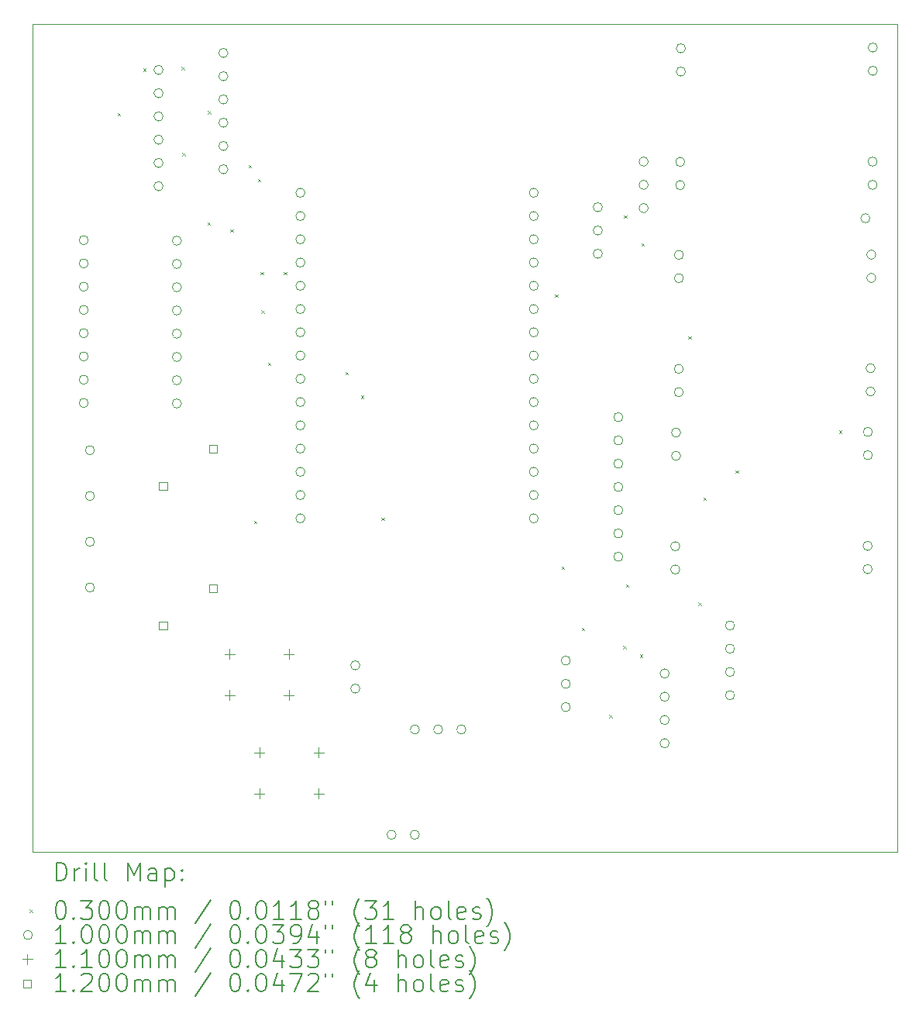
<source format=gbr>
%TF.GenerationSoftware,KiCad,Pcbnew,8.0.6*%
%TF.CreationDate,2025-01-02T11:45:37+01:00*%
%TF.ProjectId,Pcb pami 2025,50636220-7061-46d6-9920-323032352e6b,rev?*%
%TF.SameCoordinates,Original*%
%TF.FileFunction,Drillmap*%
%TF.FilePolarity,Positive*%
%FSLAX45Y45*%
G04 Gerber Fmt 4.5, Leading zero omitted, Abs format (unit mm)*
G04 Created by KiCad (PCBNEW 8.0.6) date 2025-01-02 11:45:37*
%MOMM*%
%LPD*%
G01*
G04 APERTURE LIST*
%ADD10C,0.050000*%
%ADD11C,0.200000*%
%ADD12C,0.100000*%
%ADD13C,0.110000*%
%ADD14C,0.120000*%
G04 APERTURE END LIST*
D10*
X6175000Y-2046000D02*
X15622369Y-2046000D01*
X15622369Y-11088369D01*
X6175000Y-11088369D01*
X6175000Y-2046000D01*
D11*
D12*
X7100500Y-3014500D02*
X7130500Y-3044500D01*
X7130500Y-3014500D02*
X7100500Y-3044500D01*
X7381000Y-2531000D02*
X7411000Y-2561000D01*
X7411000Y-2531000D02*
X7381000Y-2561000D01*
X7801000Y-2514000D02*
X7831000Y-2544000D01*
X7831000Y-2514000D02*
X7801000Y-2544000D01*
X7811000Y-3452000D02*
X7841000Y-3482000D01*
X7841000Y-3452000D02*
X7811000Y-3482000D01*
X8085000Y-4210000D02*
X8115000Y-4240000D01*
X8115000Y-4210000D02*
X8085000Y-4240000D01*
X8089000Y-2995000D02*
X8119000Y-3025000D01*
X8119000Y-2995000D02*
X8089000Y-3025000D01*
X8335000Y-4285000D02*
X8365000Y-4315000D01*
X8365000Y-4285000D02*
X8335000Y-4315000D01*
X8535000Y-3585000D02*
X8565000Y-3615000D01*
X8565000Y-3585000D02*
X8535000Y-3615000D01*
X8591000Y-7471000D02*
X8621000Y-7501000D01*
X8621000Y-7471000D02*
X8591000Y-7501000D01*
X8635000Y-3735000D02*
X8665000Y-3765000D01*
X8665000Y-3735000D02*
X8635000Y-3765000D01*
X8664000Y-4753000D02*
X8694000Y-4783000D01*
X8694000Y-4753000D02*
X8664000Y-4783000D01*
X8672500Y-5172500D02*
X8702500Y-5202500D01*
X8702500Y-5172500D02*
X8672500Y-5202500D01*
X8745250Y-5743750D02*
X8775250Y-5773750D01*
X8775250Y-5743750D02*
X8745250Y-5773750D01*
X8920000Y-4753000D02*
X8950000Y-4783000D01*
X8950000Y-4753000D02*
X8920000Y-4783000D01*
X9593000Y-5845000D02*
X9623000Y-5875000D01*
X9623000Y-5845000D02*
X9593000Y-5875000D01*
X9762000Y-6103000D02*
X9792000Y-6133000D01*
X9792000Y-6103000D02*
X9762000Y-6133000D01*
X9985000Y-7435000D02*
X10015000Y-7465000D01*
X10015000Y-7435000D02*
X9985000Y-7465000D01*
X11882000Y-4999000D02*
X11912000Y-5029000D01*
X11912000Y-4999000D02*
X11882000Y-5029000D01*
X11952000Y-7969000D02*
X11982000Y-7999000D01*
X11982000Y-7969000D02*
X11952000Y-7999000D01*
X12173000Y-8639000D02*
X12203000Y-8669000D01*
X12203000Y-8639000D02*
X12173000Y-8669000D01*
X12473000Y-9592000D02*
X12503000Y-9622000D01*
X12503000Y-9592000D02*
X12473000Y-9622000D01*
X12625000Y-8836000D02*
X12655000Y-8866000D01*
X12655000Y-8836000D02*
X12625000Y-8866000D01*
X12635000Y-4135000D02*
X12665000Y-4165000D01*
X12665000Y-4135000D02*
X12635000Y-4165000D01*
X12658000Y-8165000D02*
X12688000Y-8195000D01*
X12688000Y-8165000D02*
X12658000Y-8195000D01*
X12810000Y-8929000D02*
X12840000Y-8959000D01*
X12840000Y-8929000D02*
X12810000Y-8959000D01*
X12825000Y-4440000D02*
X12855000Y-4470000D01*
X12855000Y-4440000D02*
X12825000Y-4470000D01*
X13336000Y-5454000D02*
X13366000Y-5484000D01*
X13366000Y-5454000D02*
X13336000Y-5484000D01*
X13448000Y-8362000D02*
X13478000Y-8392000D01*
X13478000Y-8362000D02*
X13448000Y-8392000D01*
X13503000Y-7215000D02*
X13533000Y-7245000D01*
X13533000Y-7215000D02*
X13503000Y-7245000D01*
X13856000Y-6919000D02*
X13886000Y-6949000D01*
X13886000Y-6919000D02*
X13856000Y-6949000D01*
X14985000Y-6485000D02*
X15015000Y-6515000D01*
X15015000Y-6485000D02*
X14985000Y-6515000D01*
X6782000Y-4406000D02*
G75*
G02*
X6682000Y-4406000I-50000J0D01*
G01*
X6682000Y-4406000D02*
G75*
G02*
X6782000Y-4406000I50000J0D01*
G01*
X6782000Y-4660000D02*
G75*
G02*
X6682000Y-4660000I-50000J0D01*
G01*
X6682000Y-4660000D02*
G75*
G02*
X6782000Y-4660000I50000J0D01*
G01*
X6782000Y-4914000D02*
G75*
G02*
X6682000Y-4914000I-50000J0D01*
G01*
X6682000Y-4914000D02*
G75*
G02*
X6782000Y-4914000I50000J0D01*
G01*
X6782000Y-5168000D02*
G75*
G02*
X6682000Y-5168000I-50000J0D01*
G01*
X6682000Y-5168000D02*
G75*
G02*
X6782000Y-5168000I50000J0D01*
G01*
X6782000Y-5422000D02*
G75*
G02*
X6682000Y-5422000I-50000J0D01*
G01*
X6682000Y-5422000D02*
G75*
G02*
X6782000Y-5422000I50000J0D01*
G01*
X6782000Y-5676000D02*
G75*
G02*
X6682000Y-5676000I-50000J0D01*
G01*
X6682000Y-5676000D02*
G75*
G02*
X6782000Y-5676000I50000J0D01*
G01*
X6782000Y-5930000D02*
G75*
G02*
X6682000Y-5930000I-50000J0D01*
G01*
X6682000Y-5930000D02*
G75*
G02*
X6782000Y-5930000I50000J0D01*
G01*
X6782000Y-6184000D02*
G75*
G02*
X6682000Y-6184000I-50000J0D01*
G01*
X6682000Y-6184000D02*
G75*
G02*
X6782000Y-6184000I50000J0D01*
G01*
X6850000Y-6700000D02*
G75*
G02*
X6750000Y-6700000I-50000J0D01*
G01*
X6750000Y-6700000D02*
G75*
G02*
X6850000Y-6700000I50000J0D01*
G01*
X6850000Y-7200000D02*
G75*
G02*
X6750000Y-7200000I-50000J0D01*
G01*
X6750000Y-7200000D02*
G75*
G02*
X6850000Y-7200000I50000J0D01*
G01*
X6850000Y-7700000D02*
G75*
G02*
X6750000Y-7700000I-50000J0D01*
G01*
X6750000Y-7700000D02*
G75*
G02*
X6850000Y-7700000I50000J0D01*
G01*
X6850000Y-8200000D02*
G75*
G02*
X6750000Y-8200000I-50000J0D01*
G01*
X6750000Y-8200000D02*
G75*
G02*
X6850000Y-8200000I50000J0D01*
G01*
X7600000Y-2546000D02*
G75*
G02*
X7500000Y-2546000I-50000J0D01*
G01*
X7500000Y-2546000D02*
G75*
G02*
X7600000Y-2546000I50000J0D01*
G01*
X7600000Y-2800000D02*
G75*
G02*
X7500000Y-2800000I-50000J0D01*
G01*
X7500000Y-2800000D02*
G75*
G02*
X7600000Y-2800000I50000J0D01*
G01*
X7600000Y-3054000D02*
G75*
G02*
X7500000Y-3054000I-50000J0D01*
G01*
X7500000Y-3054000D02*
G75*
G02*
X7600000Y-3054000I50000J0D01*
G01*
X7600000Y-3308000D02*
G75*
G02*
X7500000Y-3308000I-50000J0D01*
G01*
X7500000Y-3308000D02*
G75*
G02*
X7600000Y-3308000I50000J0D01*
G01*
X7600000Y-3562000D02*
G75*
G02*
X7500000Y-3562000I-50000J0D01*
G01*
X7500000Y-3562000D02*
G75*
G02*
X7600000Y-3562000I50000J0D01*
G01*
X7600000Y-3816000D02*
G75*
G02*
X7500000Y-3816000I-50000J0D01*
G01*
X7500000Y-3816000D02*
G75*
G02*
X7600000Y-3816000I50000J0D01*
G01*
X7800000Y-4411000D02*
G75*
G02*
X7700000Y-4411000I-50000J0D01*
G01*
X7700000Y-4411000D02*
G75*
G02*
X7800000Y-4411000I50000J0D01*
G01*
X7800000Y-4665000D02*
G75*
G02*
X7700000Y-4665000I-50000J0D01*
G01*
X7700000Y-4665000D02*
G75*
G02*
X7800000Y-4665000I50000J0D01*
G01*
X7800000Y-4919000D02*
G75*
G02*
X7700000Y-4919000I-50000J0D01*
G01*
X7700000Y-4919000D02*
G75*
G02*
X7800000Y-4919000I50000J0D01*
G01*
X7800000Y-5173000D02*
G75*
G02*
X7700000Y-5173000I-50000J0D01*
G01*
X7700000Y-5173000D02*
G75*
G02*
X7800000Y-5173000I50000J0D01*
G01*
X7800000Y-5427000D02*
G75*
G02*
X7700000Y-5427000I-50000J0D01*
G01*
X7700000Y-5427000D02*
G75*
G02*
X7800000Y-5427000I50000J0D01*
G01*
X7800000Y-5681000D02*
G75*
G02*
X7700000Y-5681000I-50000J0D01*
G01*
X7700000Y-5681000D02*
G75*
G02*
X7800000Y-5681000I50000J0D01*
G01*
X7800000Y-5935000D02*
G75*
G02*
X7700000Y-5935000I-50000J0D01*
G01*
X7700000Y-5935000D02*
G75*
G02*
X7800000Y-5935000I50000J0D01*
G01*
X7800000Y-6189000D02*
G75*
G02*
X7700000Y-6189000I-50000J0D01*
G01*
X7700000Y-6189000D02*
G75*
G02*
X7800000Y-6189000I50000J0D01*
G01*
X8308000Y-2361000D02*
G75*
G02*
X8208000Y-2361000I-50000J0D01*
G01*
X8208000Y-2361000D02*
G75*
G02*
X8308000Y-2361000I50000J0D01*
G01*
X8308000Y-2615000D02*
G75*
G02*
X8208000Y-2615000I-50000J0D01*
G01*
X8208000Y-2615000D02*
G75*
G02*
X8308000Y-2615000I50000J0D01*
G01*
X8308000Y-2869000D02*
G75*
G02*
X8208000Y-2869000I-50000J0D01*
G01*
X8208000Y-2869000D02*
G75*
G02*
X8308000Y-2869000I50000J0D01*
G01*
X8308000Y-3123000D02*
G75*
G02*
X8208000Y-3123000I-50000J0D01*
G01*
X8208000Y-3123000D02*
G75*
G02*
X8308000Y-3123000I50000J0D01*
G01*
X8308000Y-3377000D02*
G75*
G02*
X8208000Y-3377000I-50000J0D01*
G01*
X8208000Y-3377000D02*
G75*
G02*
X8308000Y-3377000I50000J0D01*
G01*
X8308000Y-3631000D02*
G75*
G02*
X8208000Y-3631000I-50000J0D01*
G01*
X8208000Y-3631000D02*
G75*
G02*
X8308000Y-3631000I50000J0D01*
G01*
X9150000Y-3888000D02*
G75*
G02*
X9050000Y-3888000I-50000J0D01*
G01*
X9050000Y-3888000D02*
G75*
G02*
X9150000Y-3888000I50000J0D01*
G01*
X9150000Y-4142000D02*
G75*
G02*
X9050000Y-4142000I-50000J0D01*
G01*
X9050000Y-4142000D02*
G75*
G02*
X9150000Y-4142000I50000J0D01*
G01*
X9150000Y-4396000D02*
G75*
G02*
X9050000Y-4396000I-50000J0D01*
G01*
X9050000Y-4396000D02*
G75*
G02*
X9150000Y-4396000I50000J0D01*
G01*
X9150000Y-4650000D02*
G75*
G02*
X9050000Y-4650000I-50000J0D01*
G01*
X9050000Y-4650000D02*
G75*
G02*
X9150000Y-4650000I50000J0D01*
G01*
X9150000Y-4904000D02*
G75*
G02*
X9050000Y-4904000I-50000J0D01*
G01*
X9050000Y-4904000D02*
G75*
G02*
X9150000Y-4904000I50000J0D01*
G01*
X9150000Y-5158000D02*
G75*
G02*
X9050000Y-5158000I-50000J0D01*
G01*
X9050000Y-5158000D02*
G75*
G02*
X9150000Y-5158000I50000J0D01*
G01*
X9150000Y-5412000D02*
G75*
G02*
X9050000Y-5412000I-50000J0D01*
G01*
X9050000Y-5412000D02*
G75*
G02*
X9150000Y-5412000I50000J0D01*
G01*
X9150000Y-5666000D02*
G75*
G02*
X9050000Y-5666000I-50000J0D01*
G01*
X9050000Y-5666000D02*
G75*
G02*
X9150000Y-5666000I50000J0D01*
G01*
X9150000Y-5920000D02*
G75*
G02*
X9050000Y-5920000I-50000J0D01*
G01*
X9050000Y-5920000D02*
G75*
G02*
X9150000Y-5920000I50000J0D01*
G01*
X9150000Y-6174000D02*
G75*
G02*
X9050000Y-6174000I-50000J0D01*
G01*
X9050000Y-6174000D02*
G75*
G02*
X9150000Y-6174000I50000J0D01*
G01*
X9150000Y-6428000D02*
G75*
G02*
X9050000Y-6428000I-50000J0D01*
G01*
X9050000Y-6428000D02*
G75*
G02*
X9150000Y-6428000I50000J0D01*
G01*
X9150000Y-6682000D02*
G75*
G02*
X9050000Y-6682000I-50000J0D01*
G01*
X9050000Y-6682000D02*
G75*
G02*
X9150000Y-6682000I50000J0D01*
G01*
X9150000Y-6936000D02*
G75*
G02*
X9050000Y-6936000I-50000J0D01*
G01*
X9050000Y-6936000D02*
G75*
G02*
X9150000Y-6936000I50000J0D01*
G01*
X9150000Y-7190000D02*
G75*
G02*
X9050000Y-7190000I-50000J0D01*
G01*
X9050000Y-7190000D02*
G75*
G02*
X9150000Y-7190000I50000J0D01*
G01*
X9150000Y-7444000D02*
G75*
G02*
X9050000Y-7444000I-50000J0D01*
G01*
X9050000Y-7444000D02*
G75*
G02*
X9150000Y-7444000I50000J0D01*
G01*
X9750000Y-9050000D02*
G75*
G02*
X9650000Y-9050000I-50000J0D01*
G01*
X9650000Y-9050000D02*
G75*
G02*
X9750000Y-9050000I50000J0D01*
G01*
X9750000Y-9304000D02*
G75*
G02*
X9650000Y-9304000I-50000J0D01*
G01*
X9650000Y-9304000D02*
G75*
G02*
X9750000Y-9304000I50000J0D01*
G01*
X10146000Y-10900000D02*
G75*
G02*
X10046000Y-10900000I-50000J0D01*
G01*
X10046000Y-10900000D02*
G75*
G02*
X10146000Y-10900000I50000J0D01*
G01*
X10400000Y-9750000D02*
G75*
G02*
X10300000Y-9750000I-50000J0D01*
G01*
X10300000Y-9750000D02*
G75*
G02*
X10400000Y-9750000I50000J0D01*
G01*
X10400000Y-10900000D02*
G75*
G02*
X10300000Y-10900000I-50000J0D01*
G01*
X10300000Y-10900000D02*
G75*
G02*
X10400000Y-10900000I50000J0D01*
G01*
X10654000Y-9750000D02*
G75*
G02*
X10554000Y-9750000I-50000J0D01*
G01*
X10554000Y-9750000D02*
G75*
G02*
X10654000Y-9750000I50000J0D01*
G01*
X10908000Y-9750000D02*
G75*
G02*
X10808000Y-9750000I-50000J0D01*
G01*
X10808000Y-9750000D02*
G75*
G02*
X10908000Y-9750000I50000J0D01*
G01*
X11700000Y-3888000D02*
G75*
G02*
X11600000Y-3888000I-50000J0D01*
G01*
X11600000Y-3888000D02*
G75*
G02*
X11700000Y-3888000I50000J0D01*
G01*
X11700000Y-4142000D02*
G75*
G02*
X11600000Y-4142000I-50000J0D01*
G01*
X11600000Y-4142000D02*
G75*
G02*
X11700000Y-4142000I50000J0D01*
G01*
X11700000Y-4396000D02*
G75*
G02*
X11600000Y-4396000I-50000J0D01*
G01*
X11600000Y-4396000D02*
G75*
G02*
X11700000Y-4396000I50000J0D01*
G01*
X11700000Y-4650000D02*
G75*
G02*
X11600000Y-4650000I-50000J0D01*
G01*
X11600000Y-4650000D02*
G75*
G02*
X11700000Y-4650000I50000J0D01*
G01*
X11700000Y-4904000D02*
G75*
G02*
X11600000Y-4904000I-50000J0D01*
G01*
X11600000Y-4904000D02*
G75*
G02*
X11700000Y-4904000I50000J0D01*
G01*
X11700000Y-5158000D02*
G75*
G02*
X11600000Y-5158000I-50000J0D01*
G01*
X11600000Y-5158000D02*
G75*
G02*
X11700000Y-5158000I50000J0D01*
G01*
X11700000Y-5412000D02*
G75*
G02*
X11600000Y-5412000I-50000J0D01*
G01*
X11600000Y-5412000D02*
G75*
G02*
X11700000Y-5412000I50000J0D01*
G01*
X11700000Y-5666000D02*
G75*
G02*
X11600000Y-5666000I-50000J0D01*
G01*
X11600000Y-5666000D02*
G75*
G02*
X11700000Y-5666000I50000J0D01*
G01*
X11700000Y-5920000D02*
G75*
G02*
X11600000Y-5920000I-50000J0D01*
G01*
X11600000Y-5920000D02*
G75*
G02*
X11700000Y-5920000I50000J0D01*
G01*
X11700000Y-6174000D02*
G75*
G02*
X11600000Y-6174000I-50000J0D01*
G01*
X11600000Y-6174000D02*
G75*
G02*
X11700000Y-6174000I50000J0D01*
G01*
X11700000Y-6428000D02*
G75*
G02*
X11600000Y-6428000I-50000J0D01*
G01*
X11600000Y-6428000D02*
G75*
G02*
X11700000Y-6428000I50000J0D01*
G01*
X11700000Y-6682000D02*
G75*
G02*
X11600000Y-6682000I-50000J0D01*
G01*
X11600000Y-6682000D02*
G75*
G02*
X11700000Y-6682000I50000J0D01*
G01*
X11700000Y-6936000D02*
G75*
G02*
X11600000Y-6936000I-50000J0D01*
G01*
X11600000Y-6936000D02*
G75*
G02*
X11700000Y-6936000I50000J0D01*
G01*
X11700000Y-7190000D02*
G75*
G02*
X11600000Y-7190000I-50000J0D01*
G01*
X11600000Y-7190000D02*
G75*
G02*
X11700000Y-7190000I50000J0D01*
G01*
X11700000Y-7444000D02*
G75*
G02*
X11600000Y-7444000I-50000J0D01*
G01*
X11600000Y-7444000D02*
G75*
G02*
X11700000Y-7444000I50000J0D01*
G01*
X12050000Y-8997500D02*
G75*
G02*
X11950000Y-8997500I-50000J0D01*
G01*
X11950000Y-8997500D02*
G75*
G02*
X12050000Y-8997500I50000J0D01*
G01*
X12050000Y-9251500D02*
G75*
G02*
X11950000Y-9251500I-50000J0D01*
G01*
X11950000Y-9251500D02*
G75*
G02*
X12050000Y-9251500I50000J0D01*
G01*
X12050000Y-9505500D02*
G75*
G02*
X11950000Y-9505500I-50000J0D01*
G01*
X11950000Y-9505500D02*
G75*
G02*
X12050000Y-9505500I50000J0D01*
G01*
X12400000Y-4046000D02*
G75*
G02*
X12300000Y-4046000I-50000J0D01*
G01*
X12300000Y-4046000D02*
G75*
G02*
X12400000Y-4046000I50000J0D01*
G01*
X12400000Y-4300000D02*
G75*
G02*
X12300000Y-4300000I-50000J0D01*
G01*
X12300000Y-4300000D02*
G75*
G02*
X12400000Y-4300000I50000J0D01*
G01*
X12400000Y-4554000D02*
G75*
G02*
X12300000Y-4554000I-50000J0D01*
G01*
X12300000Y-4554000D02*
G75*
G02*
X12400000Y-4554000I50000J0D01*
G01*
X12624000Y-6338000D02*
G75*
G02*
X12524000Y-6338000I-50000J0D01*
G01*
X12524000Y-6338000D02*
G75*
G02*
X12624000Y-6338000I50000J0D01*
G01*
X12624000Y-6592000D02*
G75*
G02*
X12524000Y-6592000I-50000J0D01*
G01*
X12524000Y-6592000D02*
G75*
G02*
X12624000Y-6592000I50000J0D01*
G01*
X12624000Y-6846000D02*
G75*
G02*
X12524000Y-6846000I-50000J0D01*
G01*
X12524000Y-6846000D02*
G75*
G02*
X12624000Y-6846000I50000J0D01*
G01*
X12624000Y-7100000D02*
G75*
G02*
X12524000Y-7100000I-50000J0D01*
G01*
X12524000Y-7100000D02*
G75*
G02*
X12624000Y-7100000I50000J0D01*
G01*
X12624000Y-7354000D02*
G75*
G02*
X12524000Y-7354000I-50000J0D01*
G01*
X12524000Y-7354000D02*
G75*
G02*
X12624000Y-7354000I50000J0D01*
G01*
X12624000Y-7608000D02*
G75*
G02*
X12524000Y-7608000I-50000J0D01*
G01*
X12524000Y-7608000D02*
G75*
G02*
X12624000Y-7608000I50000J0D01*
G01*
X12624000Y-7862000D02*
G75*
G02*
X12524000Y-7862000I-50000J0D01*
G01*
X12524000Y-7862000D02*
G75*
G02*
X12624000Y-7862000I50000J0D01*
G01*
X12900000Y-3547500D02*
G75*
G02*
X12800000Y-3547500I-50000J0D01*
G01*
X12800000Y-3547500D02*
G75*
G02*
X12900000Y-3547500I50000J0D01*
G01*
X12900000Y-3801500D02*
G75*
G02*
X12800000Y-3801500I-50000J0D01*
G01*
X12800000Y-3801500D02*
G75*
G02*
X12900000Y-3801500I50000J0D01*
G01*
X12900000Y-4055500D02*
G75*
G02*
X12800000Y-4055500I-50000J0D01*
G01*
X12800000Y-4055500D02*
G75*
G02*
X12900000Y-4055500I50000J0D01*
G01*
X13130000Y-9138000D02*
G75*
G02*
X13030000Y-9138000I-50000J0D01*
G01*
X13030000Y-9138000D02*
G75*
G02*
X13130000Y-9138000I50000J0D01*
G01*
X13130000Y-9392000D02*
G75*
G02*
X13030000Y-9392000I-50000J0D01*
G01*
X13030000Y-9392000D02*
G75*
G02*
X13130000Y-9392000I50000J0D01*
G01*
X13130000Y-9646000D02*
G75*
G02*
X13030000Y-9646000I-50000J0D01*
G01*
X13030000Y-9646000D02*
G75*
G02*
X13130000Y-9646000I50000J0D01*
G01*
X13130000Y-9900000D02*
G75*
G02*
X13030000Y-9900000I-50000J0D01*
G01*
X13030000Y-9900000D02*
G75*
G02*
X13130000Y-9900000I50000J0D01*
G01*
X13246000Y-7748000D02*
G75*
G02*
X13146000Y-7748000I-50000J0D01*
G01*
X13146000Y-7748000D02*
G75*
G02*
X13246000Y-7748000I50000J0D01*
G01*
X13246000Y-8002000D02*
G75*
G02*
X13146000Y-8002000I-50000J0D01*
G01*
X13146000Y-8002000D02*
G75*
G02*
X13246000Y-8002000I50000J0D01*
G01*
X13254000Y-6508000D02*
G75*
G02*
X13154000Y-6508000I-50000J0D01*
G01*
X13154000Y-6508000D02*
G75*
G02*
X13254000Y-6508000I50000J0D01*
G01*
X13254000Y-6762000D02*
G75*
G02*
X13154000Y-6762000I-50000J0D01*
G01*
X13154000Y-6762000D02*
G75*
G02*
X13254000Y-6762000I50000J0D01*
G01*
X13284000Y-5812000D02*
G75*
G02*
X13184000Y-5812000I-50000J0D01*
G01*
X13184000Y-5812000D02*
G75*
G02*
X13284000Y-5812000I50000J0D01*
G01*
X13284000Y-6066000D02*
G75*
G02*
X13184000Y-6066000I-50000J0D01*
G01*
X13184000Y-6066000D02*
G75*
G02*
X13284000Y-6066000I50000J0D01*
G01*
X13286000Y-4567000D02*
G75*
G02*
X13186000Y-4567000I-50000J0D01*
G01*
X13186000Y-4567000D02*
G75*
G02*
X13286000Y-4567000I50000J0D01*
G01*
X13286000Y-4821000D02*
G75*
G02*
X13186000Y-4821000I-50000J0D01*
G01*
X13186000Y-4821000D02*
G75*
G02*
X13286000Y-4821000I50000J0D01*
G01*
X13300000Y-3550000D02*
G75*
G02*
X13200000Y-3550000I-50000J0D01*
G01*
X13200000Y-3550000D02*
G75*
G02*
X13300000Y-3550000I50000J0D01*
G01*
X13300000Y-3804000D02*
G75*
G02*
X13200000Y-3804000I-50000J0D01*
G01*
X13200000Y-3804000D02*
G75*
G02*
X13300000Y-3804000I50000J0D01*
G01*
X13308000Y-2310000D02*
G75*
G02*
X13208000Y-2310000I-50000J0D01*
G01*
X13208000Y-2310000D02*
G75*
G02*
X13308000Y-2310000I50000J0D01*
G01*
X13308000Y-2564000D02*
G75*
G02*
X13208000Y-2564000I-50000J0D01*
G01*
X13208000Y-2564000D02*
G75*
G02*
X13308000Y-2564000I50000J0D01*
G01*
X13844000Y-8614000D02*
G75*
G02*
X13744000Y-8614000I-50000J0D01*
G01*
X13744000Y-8614000D02*
G75*
G02*
X13844000Y-8614000I50000J0D01*
G01*
X13844000Y-8868000D02*
G75*
G02*
X13744000Y-8868000I-50000J0D01*
G01*
X13744000Y-8868000D02*
G75*
G02*
X13844000Y-8868000I50000J0D01*
G01*
X13844000Y-9122000D02*
G75*
G02*
X13744000Y-9122000I-50000J0D01*
G01*
X13744000Y-9122000D02*
G75*
G02*
X13844000Y-9122000I50000J0D01*
G01*
X13844000Y-9376000D02*
G75*
G02*
X13744000Y-9376000I-50000J0D01*
G01*
X13744000Y-9376000D02*
G75*
G02*
X13844000Y-9376000I50000J0D01*
G01*
X15323000Y-4166000D02*
G75*
G02*
X15223000Y-4166000I-50000J0D01*
G01*
X15223000Y-4166000D02*
G75*
G02*
X15323000Y-4166000I50000J0D01*
G01*
X15348000Y-7745000D02*
G75*
G02*
X15248000Y-7745000I-50000J0D01*
G01*
X15248000Y-7745000D02*
G75*
G02*
X15348000Y-7745000I50000J0D01*
G01*
X15348000Y-7999000D02*
G75*
G02*
X15248000Y-7999000I-50000J0D01*
G01*
X15248000Y-7999000D02*
G75*
G02*
X15348000Y-7999000I50000J0D01*
G01*
X15350000Y-6500000D02*
G75*
G02*
X15250000Y-6500000I-50000J0D01*
G01*
X15250000Y-6500000D02*
G75*
G02*
X15350000Y-6500000I50000J0D01*
G01*
X15350000Y-6754000D02*
G75*
G02*
X15250000Y-6754000I-50000J0D01*
G01*
X15250000Y-6754000D02*
G75*
G02*
X15350000Y-6754000I50000J0D01*
G01*
X15380000Y-5804000D02*
G75*
G02*
X15280000Y-5804000I-50000J0D01*
G01*
X15280000Y-5804000D02*
G75*
G02*
X15380000Y-5804000I50000J0D01*
G01*
X15380000Y-6058000D02*
G75*
G02*
X15280000Y-6058000I-50000J0D01*
G01*
X15280000Y-6058000D02*
G75*
G02*
X15380000Y-6058000I50000J0D01*
G01*
X15388000Y-4564000D02*
G75*
G02*
X15288000Y-4564000I-50000J0D01*
G01*
X15288000Y-4564000D02*
G75*
G02*
X15388000Y-4564000I50000J0D01*
G01*
X15388000Y-4818000D02*
G75*
G02*
X15288000Y-4818000I-50000J0D01*
G01*
X15288000Y-4818000D02*
G75*
G02*
X15388000Y-4818000I50000J0D01*
G01*
X15402000Y-3547000D02*
G75*
G02*
X15302000Y-3547000I-50000J0D01*
G01*
X15302000Y-3547000D02*
G75*
G02*
X15402000Y-3547000I50000J0D01*
G01*
X15402000Y-3801000D02*
G75*
G02*
X15302000Y-3801000I-50000J0D01*
G01*
X15302000Y-3801000D02*
G75*
G02*
X15402000Y-3801000I50000J0D01*
G01*
X15404000Y-2302000D02*
G75*
G02*
X15304000Y-2302000I-50000J0D01*
G01*
X15304000Y-2302000D02*
G75*
G02*
X15404000Y-2302000I50000J0D01*
G01*
X15404000Y-2556000D02*
G75*
G02*
X15304000Y-2556000I-50000J0D01*
G01*
X15304000Y-2556000D02*
G75*
G02*
X15404000Y-2556000I50000J0D01*
G01*
D13*
X8325000Y-8870000D02*
X8325000Y-8980000D01*
X8270000Y-8925000D02*
X8380000Y-8925000D01*
X8325000Y-9320000D02*
X8325000Y-9430000D01*
X8270000Y-9375000D02*
X8380000Y-9375000D01*
X8650000Y-9945000D02*
X8650000Y-10055000D01*
X8595000Y-10000000D02*
X8705000Y-10000000D01*
X8650000Y-10395000D02*
X8650000Y-10505000D01*
X8595000Y-10450000D02*
X8705000Y-10450000D01*
X8975000Y-8870000D02*
X8975000Y-8980000D01*
X8920000Y-8925000D02*
X9030000Y-8925000D01*
X8975000Y-9320000D02*
X8975000Y-9430000D01*
X8920000Y-9375000D02*
X9030000Y-9375000D01*
X9300000Y-9945000D02*
X9300000Y-10055000D01*
X9245000Y-10000000D02*
X9355000Y-10000000D01*
X9300000Y-10395000D02*
X9300000Y-10505000D01*
X9245000Y-10450000D02*
X9355000Y-10450000D01*
D14*
X7642427Y-7130427D02*
X7642427Y-7045573D01*
X7557573Y-7045573D01*
X7557573Y-7130427D01*
X7642427Y-7130427D01*
X7642427Y-8654427D02*
X7642427Y-8569573D01*
X7557573Y-8569573D01*
X7557573Y-8654427D01*
X7642427Y-8654427D01*
X8192427Y-6730427D02*
X8192427Y-6645573D01*
X8107573Y-6645573D01*
X8107573Y-6730427D01*
X8192427Y-6730427D01*
X8192427Y-8254427D02*
X8192427Y-8169573D01*
X8107573Y-8169573D01*
X8107573Y-8254427D01*
X8192427Y-8254427D01*
D11*
X6433277Y-11402353D02*
X6433277Y-11202353D01*
X6433277Y-11202353D02*
X6480896Y-11202353D01*
X6480896Y-11202353D02*
X6509467Y-11211877D01*
X6509467Y-11211877D02*
X6528515Y-11230924D01*
X6528515Y-11230924D02*
X6538039Y-11249972D01*
X6538039Y-11249972D02*
X6547562Y-11288067D01*
X6547562Y-11288067D02*
X6547562Y-11316639D01*
X6547562Y-11316639D02*
X6538039Y-11354734D01*
X6538039Y-11354734D02*
X6528515Y-11373781D01*
X6528515Y-11373781D02*
X6509467Y-11392829D01*
X6509467Y-11392829D02*
X6480896Y-11402353D01*
X6480896Y-11402353D02*
X6433277Y-11402353D01*
X6633277Y-11402353D02*
X6633277Y-11269020D01*
X6633277Y-11307115D02*
X6642801Y-11288067D01*
X6642801Y-11288067D02*
X6652324Y-11278543D01*
X6652324Y-11278543D02*
X6671372Y-11269020D01*
X6671372Y-11269020D02*
X6690420Y-11269020D01*
X6757086Y-11402353D02*
X6757086Y-11269020D01*
X6757086Y-11202353D02*
X6747562Y-11211877D01*
X6747562Y-11211877D02*
X6757086Y-11221401D01*
X6757086Y-11221401D02*
X6766610Y-11211877D01*
X6766610Y-11211877D02*
X6757086Y-11202353D01*
X6757086Y-11202353D02*
X6757086Y-11221401D01*
X6880896Y-11402353D02*
X6861848Y-11392829D01*
X6861848Y-11392829D02*
X6852324Y-11373781D01*
X6852324Y-11373781D02*
X6852324Y-11202353D01*
X6985658Y-11402353D02*
X6966610Y-11392829D01*
X6966610Y-11392829D02*
X6957086Y-11373781D01*
X6957086Y-11373781D02*
X6957086Y-11202353D01*
X7214229Y-11402353D02*
X7214229Y-11202353D01*
X7214229Y-11202353D02*
X7280896Y-11345210D01*
X7280896Y-11345210D02*
X7347562Y-11202353D01*
X7347562Y-11202353D02*
X7347562Y-11402353D01*
X7528515Y-11402353D02*
X7528515Y-11297591D01*
X7528515Y-11297591D02*
X7518991Y-11278543D01*
X7518991Y-11278543D02*
X7499943Y-11269020D01*
X7499943Y-11269020D02*
X7461848Y-11269020D01*
X7461848Y-11269020D02*
X7442801Y-11278543D01*
X7528515Y-11392829D02*
X7509467Y-11402353D01*
X7509467Y-11402353D02*
X7461848Y-11402353D01*
X7461848Y-11402353D02*
X7442801Y-11392829D01*
X7442801Y-11392829D02*
X7433277Y-11373781D01*
X7433277Y-11373781D02*
X7433277Y-11354734D01*
X7433277Y-11354734D02*
X7442801Y-11335686D01*
X7442801Y-11335686D02*
X7461848Y-11326162D01*
X7461848Y-11326162D02*
X7509467Y-11326162D01*
X7509467Y-11326162D02*
X7528515Y-11316639D01*
X7623753Y-11269020D02*
X7623753Y-11469020D01*
X7623753Y-11278543D02*
X7642801Y-11269020D01*
X7642801Y-11269020D02*
X7680896Y-11269020D01*
X7680896Y-11269020D02*
X7699943Y-11278543D01*
X7699943Y-11278543D02*
X7709467Y-11288067D01*
X7709467Y-11288067D02*
X7718991Y-11307115D01*
X7718991Y-11307115D02*
X7718991Y-11364258D01*
X7718991Y-11364258D02*
X7709467Y-11383305D01*
X7709467Y-11383305D02*
X7699943Y-11392829D01*
X7699943Y-11392829D02*
X7680896Y-11402353D01*
X7680896Y-11402353D02*
X7642801Y-11402353D01*
X7642801Y-11402353D02*
X7623753Y-11392829D01*
X7804705Y-11383305D02*
X7814229Y-11392829D01*
X7814229Y-11392829D02*
X7804705Y-11402353D01*
X7804705Y-11402353D02*
X7795182Y-11392829D01*
X7795182Y-11392829D02*
X7804705Y-11383305D01*
X7804705Y-11383305D02*
X7804705Y-11402353D01*
X7804705Y-11278543D02*
X7814229Y-11288067D01*
X7814229Y-11288067D02*
X7804705Y-11297591D01*
X7804705Y-11297591D02*
X7795182Y-11288067D01*
X7795182Y-11288067D02*
X7804705Y-11278543D01*
X7804705Y-11278543D02*
X7804705Y-11297591D01*
D12*
X6142500Y-11715869D02*
X6172500Y-11745869D01*
X6172500Y-11715869D02*
X6142500Y-11745869D01*
D11*
X6471372Y-11622353D02*
X6490420Y-11622353D01*
X6490420Y-11622353D02*
X6509467Y-11631877D01*
X6509467Y-11631877D02*
X6518991Y-11641401D01*
X6518991Y-11641401D02*
X6528515Y-11660448D01*
X6528515Y-11660448D02*
X6538039Y-11698543D01*
X6538039Y-11698543D02*
X6538039Y-11746162D01*
X6538039Y-11746162D02*
X6528515Y-11784258D01*
X6528515Y-11784258D02*
X6518991Y-11803305D01*
X6518991Y-11803305D02*
X6509467Y-11812829D01*
X6509467Y-11812829D02*
X6490420Y-11822353D01*
X6490420Y-11822353D02*
X6471372Y-11822353D01*
X6471372Y-11822353D02*
X6452324Y-11812829D01*
X6452324Y-11812829D02*
X6442801Y-11803305D01*
X6442801Y-11803305D02*
X6433277Y-11784258D01*
X6433277Y-11784258D02*
X6423753Y-11746162D01*
X6423753Y-11746162D02*
X6423753Y-11698543D01*
X6423753Y-11698543D02*
X6433277Y-11660448D01*
X6433277Y-11660448D02*
X6442801Y-11641401D01*
X6442801Y-11641401D02*
X6452324Y-11631877D01*
X6452324Y-11631877D02*
X6471372Y-11622353D01*
X6623753Y-11803305D02*
X6633277Y-11812829D01*
X6633277Y-11812829D02*
X6623753Y-11822353D01*
X6623753Y-11822353D02*
X6614229Y-11812829D01*
X6614229Y-11812829D02*
X6623753Y-11803305D01*
X6623753Y-11803305D02*
X6623753Y-11822353D01*
X6699943Y-11622353D02*
X6823753Y-11622353D01*
X6823753Y-11622353D02*
X6757086Y-11698543D01*
X6757086Y-11698543D02*
X6785658Y-11698543D01*
X6785658Y-11698543D02*
X6804705Y-11708067D01*
X6804705Y-11708067D02*
X6814229Y-11717591D01*
X6814229Y-11717591D02*
X6823753Y-11736639D01*
X6823753Y-11736639D02*
X6823753Y-11784258D01*
X6823753Y-11784258D02*
X6814229Y-11803305D01*
X6814229Y-11803305D02*
X6804705Y-11812829D01*
X6804705Y-11812829D02*
X6785658Y-11822353D01*
X6785658Y-11822353D02*
X6728515Y-11822353D01*
X6728515Y-11822353D02*
X6709467Y-11812829D01*
X6709467Y-11812829D02*
X6699943Y-11803305D01*
X6947562Y-11622353D02*
X6966610Y-11622353D01*
X6966610Y-11622353D02*
X6985658Y-11631877D01*
X6985658Y-11631877D02*
X6995182Y-11641401D01*
X6995182Y-11641401D02*
X7004705Y-11660448D01*
X7004705Y-11660448D02*
X7014229Y-11698543D01*
X7014229Y-11698543D02*
X7014229Y-11746162D01*
X7014229Y-11746162D02*
X7004705Y-11784258D01*
X7004705Y-11784258D02*
X6995182Y-11803305D01*
X6995182Y-11803305D02*
X6985658Y-11812829D01*
X6985658Y-11812829D02*
X6966610Y-11822353D01*
X6966610Y-11822353D02*
X6947562Y-11822353D01*
X6947562Y-11822353D02*
X6928515Y-11812829D01*
X6928515Y-11812829D02*
X6918991Y-11803305D01*
X6918991Y-11803305D02*
X6909467Y-11784258D01*
X6909467Y-11784258D02*
X6899943Y-11746162D01*
X6899943Y-11746162D02*
X6899943Y-11698543D01*
X6899943Y-11698543D02*
X6909467Y-11660448D01*
X6909467Y-11660448D02*
X6918991Y-11641401D01*
X6918991Y-11641401D02*
X6928515Y-11631877D01*
X6928515Y-11631877D02*
X6947562Y-11622353D01*
X7138039Y-11622353D02*
X7157086Y-11622353D01*
X7157086Y-11622353D02*
X7176134Y-11631877D01*
X7176134Y-11631877D02*
X7185658Y-11641401D01*
X7185658Y-11641401D02*
X7195182Y-11660448D01*
X7195182Y-11660448D02*
X7204705Y-11698543D01*
X7204705Y-11698543D02*
X7204705Y-11746162D01*
X7204705Y-11746162D02*
X7195182Y-11784258D01*
X7195182Y-11784258D02*
X7185658Y-11803305D01*
X7185658Y-11803305D02*
X7176134Y-11812829D01*
X7176134Y-11812829D02*
X7157086Y-11822353D01*
X7157086Y-11822353D02*
X7138039Y-11822353D01*
X7138039Y-11822353D02*
X7118991Y-11812829D01*
X7118991Y-11812829D02*
X7109467Y-11803305D01*
X7109467Y-11803305D02*
X7099943Y-11784258D01*
X7099943Y-11784258D02*
X7090420Y-11746162D01*
X7090420Y-11746162D02*
X7090420Y-11698543D01*
X7090420Y-11698543D02*
X7099943Y-11660448D01*
X7099943Y-11660448D02*
X7109467Y-11641401D01*
X7109467Y-11641401D02*
X7118991Y-11631877D01*
X7118991Y-11631877D02*
X7138039Y-11622353D01*
X7290420Y-11822353D02*
X7290420Y-11689020D01*
X7290420Y-11708067D02*
X7299943Y-11698543D01*
X7299943Y-11698543D02*
X7318991Y-11689020D01*
X7318991Y-11689020D02*
X7347563Y-11689020D01*
X7347563Y-11689020D02*
X7366610Y-11698543D01*
X7366610Y-11698543D02*
X7376134Y-11717591D01*
X7376134Y-11717591D02*
X7376134Y-11822353D01*
X7376134Y-11717591D02*
X7385658Y-11698543D01*
X7385658Y-11698543D02*
X7404705Y-11689020D01*
X7404705Y-11689020D02*
X7433277Y-11689020D01*
X7433277Y-11689020D02*
X7452324Y-11698543D01*
X7452324Y-11698543D02*
X7461848Y-11717591D01*
X7461848Y-11717591D02*
X7461848Y-11822353D01*
X7557086Y-11822353D02*
X7557086Y-11689020D01*
X7557086Y-11708067D02*
X7566610Y-11698543D01*
X7566610Y-11698543D02*
X7585658Y-11689020D01*
X7585658Y-11689020D02*
X7614229Y-11689020D01*
X7614229Y-11689020D02*
X7633277Y-11698543D01*
X7633277Y-11698543D02*
X7642801Y-11717591D01*
X7642801Y-11717591D02*
X7642801Y-11822353D01*
X7642801Y-11717591D02*
X7652324Y-11698543D01*
X7652324Y-11698543D02*
X7671372Y-11689020D01*
X7671372Y-11689020D02*
X7699943Y-11689020D01*
X7699943Y-11689020D02*
X7718991Y-11698543D01*
X7718991Y-11698543D02*
X7728515Y-11717591D01*
X7728515Y-11717591D02*
X7728515Y-11822353D01*
X8118991Y-11612829D02*
X7947563Y-11869972D01*
X8376134Y-11622353D02*
X8395182Y-11622353D01*
X8395182Y-11622353D02*
X8414229Y-11631877D01*
X8414229Y-11631877D02*
X8423753Y-11641401D01*
X8423753Y-11641401D02*
X8433277Y-11660448D01*
X8433277Y-11660448D02*
X8442801Y-11698543D01*
X8442801Y-11698543D02*
X8442801Y-11746162D01*
X8442801Y-11746162D02*
X8433277Y-11784258D01*
X8433277Y-11784258D02*
X8423753Y-11803305D01*
X8423753Y-11803305D02*
X8414229Y-11812829D01*
X8414229Y-11812829D02*
X8395182Y-11822353D01*
X8395182Y-11822353D02*
X8376134Y-11822353D01*
X8376134Y-11822353D02*
X8357086Y-11812829D01*
X8357086Y-11812829D02*
X8347563Y-11803305D01*
X8347563Y-11803305D02*
X8338039Y-11784258D01*
X8338039Y-11784258D02*
X8328515Y-11746162D01*
X8328515Y-11746162D02*
X8328515Y-11698543D01*
X8328515Y-11698543D02*
X8338039Y-11660448D01*
X8338039Y-11660448D02*
X8347563Y-11641401D01*
X8347563Y-11641401D02*
X8357086Y-11631877D01*
X8357086Y-11631877D02*
X8376134Y-11622353D01*
X8528515Y-11803305D02*
X8538039Y-11812829D01*
X8538039Y-11812829D02*
X8528515Y-11822353D01*
X8528515Y-11822353D02*
X8518991Y-11812829D01*
X8518991Y-11812829D02*
X8528515Y-11803305D01*
X8528515Y-11803305D02*
X8528515Y-11822353D01*
X8661848Y-11622353D02*
X8680896Y-11622353D01*
X8680896Y-11622353D02*
X8699944Y-11631877D01*
X8699944Y-11631877D02*
X8709468Y-11641401D01*
X8709468Y-11641401D02*
X8718991Y-11660448D01*
X8718991Y-11660448D02*
X8728515Y-11698543D01*
X8728515Y-11698543D02*
X8728515Y-11746162D01*
X8728515Y-11746162D02*
X8718991Y-11784258D01*
X8718991Y-11784258D02*
X8709468Y-11803305D01*
X8709468Y-11803305D02*
X8699944Y-11812829D01*
X8699944Y-11812829D02*
X8680896Y-11822353D01*
X8680896Y-11822353D02*
X8661848Y-11822353D01*
X8661848Y-11822353D02*
X8642801Y-11812829D01*
X8642801Y-11812829D02*
X8633277Y-11803305D01*
X8633277Y-11803305D02*
X8623753Y-11784258D01*
X8623753Y-11784258D02*
X8614229Y-11746162D01*
X8614229Y-11746162D02*
X8614229Y-11698543D01*
X8614229Y-11698543D02*
X8623753Y-11660448D01*
X8623753Y-11660448D02*
X8633277Y-11641401D01*
X8633277Y-11641401D02*
X8642801Y-11631877D01*
X8642801Y-11631877D02*
X8661848Y-11622353D01*
X8918991Y-11822353D02*
X8804706Y-11822353D01*
X8861848Y-11822353D02*
X8861848Y-11622353D01*
X8861848Y-11622353D02*
X8842801Y-11650924D01*
X8842801Y-11650924D02*
X8823753Y-11669972D01*
X8823753Y-11669972D02*
X8804706Y-11679496D01*
X9109468Y-11822353D02*
X8995182Y-11822353D01*
X9052325Y-11822353D02*
X9052325Y-11622353D01*
X9052325Y-11622353D02*
X9033277Y-11650924D01*
X9033277Y-11650924D02*
X9014229Y-11669972D01*
X9014229Y-11669972D02*
X8995182Y-11679496D01*
X9223753Y-11708067D02*
X9204706Y-11698543D01*
X9204706Y-11698543D02*
X9195182Y-11689020D01*
X9195182Y-11689020D02*
X9185658Y-11669972D01*
X9185658Y-11669972D02*
X9185658Y-11660448D01*
X9185658Y-11660448D02*
X9195182Y-11641401D01*
X9195182Y-11641401D02*
X9204706Y-11631877D01*
X9204706Y-11631877D02*
X9223753Y-11622353D01*
X9223753Y-11622353D02*
X9261849Y-11622353D01*
X9261849Y-11622353D02*
X9280896Y-11631877D01*
X9280896Y-11631877D02*
X9290420Y-11641401D01*
X9290420Y-11641401D02*
X9299944Y-11660448D01*
X9299944Y-11660448D02*
X9299944Y-11669972D01*
X9299944Y-11669972D02*
X9290420Y-11689020D01*
X9290420Y-11689020D02*
X9280896Y-11698543D01*
X9280896Y-11698543D02*
X9261849Y-11708067D01*
X9261849Y-11708067D02*
X9223753Y-11708067D01*
X9223753Y-11708067D02*
X9204706Y-11717591D01*
X9204706Y-11717591D02*
X9195182Y-11727115D01*
X9195182Y-11727115D02*
X9185658Y-11746162D01*
X9185658Y-11746162D02*
X9185658Y-11784258D01*
X9185658Y-11784258D02*
X9195182Y-11803305D01*
X9195182Y-11803305D02*
X9204706Y-11812829D01*
X9204706Y-11812829D02*
X9223753Y-11822353D01*
X9223753Y-11822353D02*
X9261849Y-11822353D01*
X9261849Y-11822353D02*
X9280896Y-11812829D01*
X9280896Y-11812829D02*
X9290420Y-11803305D01*
X9290420Y-11803305D02*
X9299944Y-11784258D01*
X9299944Y-11784258D02*
X9299944Y-11746162D01*
X9299944Y-11746162D02*
X9290420Y-11727115D01*
X9290420Y-11727115D02*
X9280896Y-11717591D01*
X9280896Y-11717591D02*
X9261849Y-11708067D01*
X9376134Y-11622353D02*
X9376134Y-11660448D01*
X9452325Y-11622353D02*
X9452325Y-11660448D01*
X9747563Y-11898543D02*
X9738039Y-11889020D01*
X9738039Y-11889020D02*
X9718991Y-11860448D01*
X9718991Y-11860448D02*
X9709468Y-11841401D01*
X9709468Y-11841401D02*
X9699944Y-11812829D01*
X9699944Y-11812829D02*
X9690420Y-11765210D01*
X9690420Y-11765210D02*
X9690420Y-11727115D01*
X9690420Y-11727115D02*
X9699944Y-11679496D01*
X9699944Y-11679496D02*
X9709468Y-11650924D01*
X9709468Y-11650924D02*
X9718991Y-11631877D01*
X9718991Y-11631877D02*
X9738039Y-11603305D01*
X9738039Y-11603305D02*
X9747563Y-11593781D01*
X9804706Y-11622353D02*
X9928515Y-11622353D01*
X9928515Y-11622353D02*
X9861849Y-11698543D01*
X9861849Y-11698543D02*
X9890420Y-11698543D01*
X9890420Y-11698543D02*
X9909468Y-11708067D01*
X9909468Y-11708067D02*
X9918991Y-11717591D01*
X9918991Y-11717591D02*
X9928515Y-11736639D01*
X9928515Y-11736639D02*
X9928515Y-11784258D01*
X9928515Y-11784258D02*
X9918991Y-11803305D01*
X9918991Y-11803305D02*
X9909468Y-11812829D01*
X9909468Y-11812829D02*
X9890420Y-11822353D01*
X9890420Y-11822353D02*
X9833277Y-11822353D01*
X9833277Y-11822353D02*
X9814230Y-11812829D01*
X9814230Y-11812829D02*
X9804706Y-11803305D01*
X10118991Y-11822353D02*
X10004706Y-11822353D01*
X10061849Y-11822353D02*
X10061849Y-11622353D01*
X10061849Y-11622353D02*
X10042801Y-11650924D01*
X10042801Y-11650924D02*
X10023753Y-11669972D01*
X10023753Y-11669972D02*
X10004706Y-11679496D01*
X10357087Y-11822353D02*
X10357087Y-11622353D01*
X10442801Y-11822353D02*
X10442801Y-11717591D01*
X10442801Y-11717591D02*
X10433277Y-11698543D01*
X10433277Y-11698543D02*
X10414230Y-11689020D01*
X10414230Y-11689020D02*
X10385658Y-11689020D01*
X10385658Y-11689020D02*
X10366611Y-11698543D01*
X10366611Y-11698543D02*
X10357087Y-11708067D01*
X10566611Y-11822353D02*
X10547563Y-11812829D01*
X10547563Y-11812829D02*
X10538039Y-11803305D01*
X10538039Y-11803305D02*
X10528515Y-11784258D01*
X10528515Y-11784258D02*
X10528515Y-11727115D01*
X10528515Y-11727115D02*
X10538039Y-11708067D01*
X10538039Y-11708067D02*
X10547563Y-11698543D01*
X10547563Y-11698543D02*
X10566611Y-11689020D01*
X10566611Y-11689020D02*
X10595182Y-11689020D01*
X10595182Y-11689020D02*
X10614230Y-11698543D01*
X10614230Y-11698543D02*
X10623753Y-11708067D01*
X10623753Y-11708067D02*
X10633277Y-11727115D01*
X10633277Y-11727115D02*
X10633277Y-11784258D01*
X10633277Y-11784258D02*
X10623753Y-11803305D01*
X10623753Y-11803305D02*
X10614230Y-11812829D01*
X10614230Y-11812829D02*
X10595182Y-11822353D01*
X10595182Y-11822353D02*
X10566611Y-11822353D01*
X10747563Y-11822353D02*
X10728515Y-11812829D01*
X10728515Y-11812829D02*
X10718992Y-11793781D01*
X10718992Y-11793781D02*
X10718992Y-11622353D01*
X10899944Y-11812829D02*
X10880896Y-11822353D01*
X10880896Y-11822353D02*
X10842801Y-11822353D01*
X10842801Y-11822353D02*
X10823753Y-11812829D01*
X10823753Y-11812829D02*
X10814230Y-11793781D01*
X10814230Y-11793781D02*
X10814230Y-11717591D01*
X10814230Y-11717591D02*
X10823753Y-11698543D01*
X10823753Y-11698543D02*
X10842801Y-11689020D01*
X10842801Y-11689020D02*
X10880896Y-11689020D01*
X10880896Y-11689020D02*
X10899944Y-11698543D01*
X10899944Y-11698543D02*
X10909468Y-11717591D01*
X10909468Y-11717591D02*
X10909468Y-11736639D01*
X10909468Y-11736639D02*
X10814230Y-11755686D01*
X10985658Y-11812829D02*
X11004706Y-11822353D01*
X11004706Y-11822353D02*
X11042801Y-11822353D01*
X11042801Y-11822353D02*
X11061849Y-11812829D01*
X11061849Y-11812829D02*
X11071373Y-11793781D01*
X11071373Y-11793781D02*
X11071373Y-11784258D01*
X11071373Y-11784258D02*
X11061849Y-11765210D01*
X11061849Y-11765210D02*
X11042801Y-11755686D01*
X11042801Y-11755686D02*
X11014230Y-11755686D01*
X11014230Y-11755686D02*
X10995182Y-11746162D01*
X10995182Y-11746162D02*
X10985658Y-11727115D01*
X10985658Y-11727115D02*
X10985658Y-11717591D01*
X10985658Y-11717591D02*
X10995182Y-11698543D01*
X10995182Y-11698543D02*
X11014230Y-11689020D01*
X11014230Y-11689020D02*
X11042801Y-11689020D01*
X11042801Y-11689020D02*
X11061849Y-11698543D01*
X11138039Y-11898543D02*
X11147563Y-11889020D01*
X11147563Y-11889020D02*
X11166611Y-11860448D01*
X11166611Y-11860448D02*
X11176134Y-11841401D01*
X11176134Y-11841401D02*
X11185658Y-11812829D01*
X11185658Y-11812829D02*
X11195182Y-11765210D01*
X11195182Y-11765210D02*
X11195182Y-11727115D01*
X11195182Y-11727115D02*
X11185658Y-11679496D01*
X11185658Y-11679496D02*
X11176134Y-11650924D01*
X11176134Y-11650924D02*
X11166611Y-11631877D01*
X11166611Y-11631877D02*
X11147563Y-11603305D01*
X11147563Y-11603305D02*
X11138039Y-11593781D01*
D12*
X6172500Y-11994869D02*
G75*
G02*
X6072500Y-11994869I-50000J0D01*
G01*
X6072500Y-11994869D02*
G75*
G02*
X6172500Y-11994869I50000J0D01*
G01*
D11*
X6538039Y-12086353D02*
X6423753Y-12086353D01*
X6480896Y-12086353D02*
X6480896Y-11886353D01*
X6480896Y-11886353D02*
X6461848Y-11914924D01*
X6461848Y-11914924D02*
X6442801Y-11933972D01*
X6442801Y-11933972D02*
X6423753Y-11943496D01*
X6623753Y-12067305D02*
X6633277Y-12076829D01*
X6633277Y-12076829D02*
X6623753Y-12086353D01*
X6623753Y-12086353D02*
X6614229Y-12076829D01*
X6614229Y-12076829D02*
X6623753Y-12067305D01*
X6623753Y-12067305D02*
X6623753Y-12086353D01*
X6757086Y-11886353D02*
X6776134Y-11886353D01*
X6776134Y-11886353D02*
X6795182Y-11895877D01*
X6795182Y-11895877D02*
X6804705Y-11905401D01*
X6804705Y-11905401D02*
X6814229Y-11924448D01*
X6814229Y-11924448D02*
X6823753Y-11962543D01*
X6823753Y-11962543D02*
X6823753Y-12010162D01*
X6823753Y-12010162D02*
X6814229Y-12048258D01*
X6814229Y-12048258D02*
X6804705Y-12067305D01*
X6804705Y-12067305D02*
X6795182Y-12076829D01*
X6795182Y-12076829D02*
X6776134Y-12086353D01*
X6776134Y-12086353D02*
X6757086Y-12086353D01*
X6757086Y-12086353D02*
X6738039Y-12076829D01*
X6738039Y-12076829D02*
X6728515Y-12067305D01*
X6728515Y-12067305D02*
X6718991Y-12048258D01*
X6718991Y-12048258D02*
X6709467Y-12010162D01*
X6709467Y-12010162D02*
X6709467Y-11962543D01*
X6709467Y-11962543D02*
X6718991Y-11924448D01*
X6718991Y-11924448D02*
X6728515Y-11905401D01*
X6728515Y-11905401D02*
X6738039Y-11895877D01*
X6738039Y-11895877D02*
X6757086Y-11886353D01*
X6947562Y-11886353D02*
X6966610Y-11886353D01*
X6966610Y-11886353D02*
X6985658Y-11895877D01*
X6985658Y-11895877D02*
X6995182Y-11905401D01*
X6995182Y-11905401D02*
X7004705Y-11924448D01*
X7004705Y-11924448D02*
X7014229Y-11962543D01*
X7014229Y-11962543D02*
X7014229Y-12010162D01*
X7014229Y-12010162D02*
X7004705Y-12048258D01*
X7004705Y-12048258D02*
X6995182Y-12067305D01*
X6995182Y-12067305D02*
X6985658Y-12076829D01*
X6985658Y-12076829D02*
X6966610Y-12086353D01*
X6966610Y-12086353D02*
X6947562Y-12086353D01*
X6947562Y-12086353D02*
X6928515Y-12076829D01*
X6928515Y-12076829D02*
X6918991Y-12067305D01*
X6918991Y-12067305D02*
X6909467Y-12048258D01*
X6909467Y-12048258D02*
X6899943Y-12010162D01*
X6899943Y-12010162D02*
X6899943Y-11962543D01*
X6899943Y-11962543D02*
X6909467Y-11924448D01*
X6909467Y-11924448D02*
X6918991Y-11905401D01*
X6918991Y-11905401D02*
X6928515Y-11895877D01*
X6928515Y-11895877D02*
X6947562Y-11886353D01*
X7138039Y-11886353D02*
X7157086Y-11886353D01*
X7157086Y-11886353D02*
X7176134Y-11895877D01*
X7176134Y-11895877D02*
X7185658Y-11905401D01*
X7185658Y-11905401D02*
X7195182Y-11924448D01*
X7195182Y-11924448D02*
X7204705Y-11962543D01*
X7204705Y-11962543D02*
X7204705Y-12010162D01*
X7204705Y-12010162D02*
X7195182Y-12048258D01*
X7195182Y-12048258D02*
X7185658Y-12067305D01*
X7185658Y-12067305D02*
X7176134Y-12076829D01*
X7176134Y-12076829D02*
X7157086Y-12086353D01*
X7157086Y-12086353D02*
X7138039Y-12086353D01*
X7138039Y-12086353D02*
X7118991Y-12076829D01*
X7118991Y-12076829D02*
X7109467Y-12067305D01*
X7109467Y-12067305D02*
X7099943Y-12048258D01*
X7099943Y-12048258D02*
X7090420Y-12010162D01*
X7090420Y-12010162D02*
X7090420Y-11962543D01*
X7090420Y-11962543D02*
X7099943Y-11924448D01*
X7099943Y-11924448D02*
X7109467Y-11905401D01*
X7109467Y-11905401D02*
X7118991Y-11895877D01*
X7118991Y-11895877D02*
X7138039Y-11886353D01*
X7290420Y-12086353D02*
X7290420Y-11953020D01*
X7290420Y-11972067D02*
X7299943Y-11962543D01*
X7299943Y-11962543D02*
X7318991Y-11953020D01*
X7318991Y-11953020D02*
X7347563Y-11953020D01*
X7347563Y-11953020D02*
X7366610Y-11962543D01*
X7366610Y-11962543D02*
X7376134Y-11981591D01*
X7376134Y-11981591D02*
X7376134Y-12086353D01*
X7376134Y-11981591D02*
X7385658Y-11962543D01*
X7385658Y-11962543D02*
X7404705Y-11953020D01*
X7404705Y-11953020D02*
X7433277Y-11953020D01*
X7433277Y-11953020D02*
X7452324Y-11962543D01*
X7452324Y-11962543D02*
X7461848Y-11981591D01*
X7461848Y-11981591D02*
X7461848Y-12086353D01*
X7557086Y-12086353D02*
X7557086Y-11953020D01*
X7557086Y-11972067D02*
X7566610Y-11962543D01*
X7566610Y-11962543D02*
X7585658Y-11953020D01*
X7585658Y-11953020D02*
X7614229Y-11953020D01*
X7614229Y-11953020D02*
X7633277Y-11962543D01*
X7633277Y-11962543D02*
X7642801Y-11981591D01*
X7642801Y-11981591D02*
X7642801Y-12086353D01*
X7642801Y-11981591D02*
X7652324Y-11962543D01*
X7652324Y-11962543D02*
X7671372Y-11953020D01*
X7671372Y-11953020D02*
X7699943Y-11953020D01*
X7699943Y-11953020D02*
X7718991Y-11962543D01*
X7718991Y-11962543D02*
X7728515Y-11981591D01*
X7728515Y-11981591D02*
X7728515Y-12086353D01*
X8118991Y-11876829D02*
X7947563Y-12133972D01*
X8376134Y-11886353D02*
X8395182Y-11886353D01*
X8395182Y-11886353D02*
X8414229Y-11895877D01*
X8414229Y-11895877D02*
X8423753Y-11905401D01*
X8423753Y-11905401D02*
X8433277Y-11924448D01*
X8433277Y-11924448D02*
X8442801Y-11962543D01*
X8442801Y-11962543D02*
X8442801Y-12010162D01*
X8442801Y-12010162D02*
X8433277Y-12048258D01*
X8433277Y-12048258D02*
X8423753Y-12067305D01*
X8423753Y-12067305D02*
X8414229Y-12076829D01*
X8414229Y-12076829D02*
X8395182Y-12086353D01*
X8395182Y-12086353D02*
X8376134Y-12086353D01*
X8376134Y-12086353D02*
X8357086Y-12076829D01*
X8357086Y-12076829D02*
X8347563Y-12067305D01*
X8347563Y-12067305D02*
X8338039Y-12048258D01*
X8338039Y-12048258D02*
X8328515Y-12010162D01*
X8328515Y-12010162D02*
X8328515Y-11962543D01*
X8328515Y-11962543D02*
X8338039Y-11924448D01*
X8338039Y-11924448D02*
X8347563Y-11905401D01*
X8347563Y-11905401D02*
X8357086Y-11895877D01*
X8357086Y-11895877D02*
X8376134Y-11886353D01*
X8528515Y-12067305D02*
X8538039Y-12076829D01*
X8538039Y-12076829D02*
X8528515Y-12086353D01*
X8528515Y-12086353D02*
X8518991Y-12076829D01*
X8518991Y-12076829D02*
X8528515Y-12067305D01*
X8528515Y-12067305D02*
X8528515Y-12086353D01*
X8661848Y-11886353D02*
X8680896Y-11886353D01*
X8680896Y-11886353D02*
X8699944Y-11895877D01*
X8699944Y-11895877D02*
X8709468Y-11905401D01*
X8709468Y-11905401D02*
X8718991Y-11924448D01*
X8718991Y-11924448D02*
X8728515Y-11962543D01*
X8728515Y-11962543D02*
X8728515Y-12010162D01*
X8728515Y-12010162D02*
X8718991Y-12048258D01*
X8718991Y-12048258D02*
X8709468Y-12067305D01*
X8709468Y-12067305D02*
X8699944Y-12076829D01*
X8699944Y-12076829D02*
X8680896Y-12086353D01*
X8680896Y-12086353D02*
X8661848Y-12086353D01*
X8661848Y-12086353D02*
X8642801Y-12076829D01*
X8642801Y-12076829D02*
X8633277Y-12067305D01*
X8633277Y-12067305D02*
X8623753Y-12048258D01*
X8623753Y-12048258D02*
X8614229Y-12010162D01*
X8614229Y-12010162D02*
X8614229Y-11962543D01*
X8614229Y-11962543D02*
X8623753Y-11924448D01*
X8623753Y-11924448D02*
X8633277Y-11905401D01*
X8633277Y-11905401D02*
X8642801Y-11895877D01*
X8642801Y-11895877D02*
X8661848Y-11886353D01*
X8795182Y-11886353D02*
X8918991Y-11886353D01*
X8918991Y-11886353D02*
X8852325Y-11962543D01*
X8852325Y-11962543D02*
X8880896Y-11962543D01*
X8880896Y-11962543D02*
X8899944Y-11972067D01*
X8899944Y-11972067D02*
X8909468Y-11981591D01*
X8909468Y-11981591D02*
X8918991Y-12000639D01*
X8918991Y-12000639D02*
X8918991Y-12048258D01*
X8918991Y-12048258D02*
X8909468Y-12067305D01*
X8909468Y-12067305D02*
X8899944Y-12076829D01*
X8899944Y-12076829D02*
X8880896Y-12086353D01*
X8880896Y-12086353D02*
X8823753Y-12086353D01*
X8823753Y-12086353D02*
X8804706Y-12076829D01*
X8804706Y-12076829D02*
X8795182Y-12067305D01*
X9014229Y-12086353D02*
X9052325Y-12086353D01*
X9052325Y-12086353D02*
X9071372Y-12076829D01*
X9071372Y-12076829D02*
X9080896Y-12067305D01*
X9080896Y-12067305D02*
X9099944Y-12038734D01*
X9099944Y-12038734D02*
X9109468Y-12000639D01*
X9109468Y-12000639D02*
X9109468Y-11924448D01*
X9109468Y-11924448D02*
X9099944Y-11905401D01*
X9099944Y-11905401D02*
X9090420Y-11895877D01*
X9090420Y-11895877D02*
X9071372Y-11886353D01*
X9071372Y-11886353D02*
X9033277Y-11886353D01*
X9033277Y-11886353D02*
X9014229Y-11895877D01*
X9014229Y-11895877D02*
X9004706Y-11905401D01*
X9004706Y-11905401D02*
X8995182Y-11924448D01*
X8995182Y-11924448D02*
X8995182Y-11972067D01*
X8995182Y-11972067D02*
X9004706Y-11991115D01*
X9004706Y-11991115D02*
X9014229Y-12000639D01*
X9014229Y-12000639D02*
X9033277Y-12010162D01*
X9033277Y-12010162D02*
X9071372Y-12010162D01*
X9071372Y-12010162D02*
X9090420Y-12000639D01*
X9090420Y-12000639D02*
X9099944Y-11991115D01*
X9099944Y-11991115D02*
X9109468Y-11972067D01*
X9280896Y-11953020D02*
X9280896Y-12086353D01*
X9233277Y-11876829D02*
X9185658Y-12019686D01*
X9185658Y-12019686D02*
X9309468Y-12019686D01*
X9376134Y-11886353D02*
X9376134Y-11924448D01*
X9452325Y-11886353D02*
X9452325Y-11924448D01*
X9747563Y-12162543D02*
X9738039Y-12153020D01*
X9738039Y-12153020D02*
X9718991Y-12124448D01*
X9718991Y-12124448D02*
X9709468Y-12105401D01*
X9709468Y-12105401D02*
X9699944Y-12076829D01*
X9699944Y-12076829D02*
X9690420Y-12029210D01*
X9690420Y-12029210D02*
X9690420Y-11991115D01*
X9690420Y-11991115D02*
X9699944Y-11943496D01*
X9699944Y-11943496D02*
X9709468Y-11914924D01*
X9709468Y-11914924D02*
X9718991Y-11895877D01*
X9718991Y-11895877D02*
X9738039Y-11867305D01*
X9738039Y-11867305D02*
X9747563Y-11857781D01*
X9928515Y-12086353D02*
X9814230Y-12086353D01*
X9871372Y-12086353D02*
X9871372Y-11886353D01*
X9871372Y-11886353D02*
X9852325Y-11914924D01*
X9852325Y-11914924D02*
X9833277Y-11933972D01*
X9833277Y-11933972D02*
X9814230Y-11943496D01*
X10118991Y-12086353D02*
X10004706Y-12086353D01*
X10061849Y-12086353D02*
X10061849Y-11886353D01*
X10061849Y-11886353D02*
X10042801Y-11914924D01*
X10042801Y-11914924D02*
X10023753Y-11933972D01*
X10023753Y-11933972D02*
X10004706Y-11943496D01*
X10233277Y-11972067D02*
X10214230Y-11962543D01*
X10214230Y-11962543D02*
X10204706Y-11953020D01*
X10204706Y-11953020D02*
X10195182Y-11933972D01*
X10195182Y-11933972D02*
X10195182Y-11924448D01*
X10195182Y-11924448D02*
X10204706Y-11905401D01*
X10204706Y-11905401D02*
X10214230Y-11895877D01*
X10214230Y-11895877D02*
X10233277Y-11886353D01*
X10233277Y-11886353D02*
X10271372Y-11886353D01*
X10271372Y-11886353D02*
X10290420Y-11895877D01*
X10290420Y-11895877D02*
X10299944Y-11905401D01*
X10299944Y-11905401D02*
X10309468Y-11924448D01*
X10309468Y-11924448D02*
X10309468Y-11933972D01*
X10309468Y-11933972D02*
X10299944Y-11953020D01*
X10299944Y-11953020D02*
X10290420Y-11962543D01*
X10290420Y-11962543D02*
X10271372Y-11972067D01*
X10271372Y-11972067D02*
X10233277Y-11972067D01*
X10233277Y-11972067D02*
X10214230Y-11981591D01*
X10214230Y-11981591D02*
X10204706Y-11991115D01*
X10204706Y-11991115D02*
X10195182Y-12010162D01*
X10195182Y-12010162D02*
X10195182Y-12048258D01*
X10195182Y-12048258D02*
X10204706Y-12067305D01*
X10204706Y-12067305D02*
X10214230Y-12076829D01*
X10214230Y-12076829D02*
X10233277Y-12086353D01*
X10233277Y-12086353D02*
X10271372Y-12086353D01*
X10271372Y-12086353D02*
X10290420Y-12076829D01*
X10290420Y-12076829D02*
X10299944Y-12067305D01*
X10299944Y-12067305D02*
X10309468Y-12048258D01*
X10309468Y-12048258D02*
X10309468Y-12010162D01*
X10309468Y-12010162D02*
X10299944Y-11991115D01*
X10299944Y-11991115D02*
X10290420Y-11981591D01*
X10290420Y-11981591D02*
X10271372Y-11972067D01*
X10547563Y-12086353D02*
X10547563Y-11886353D01*
X10633277Y-12086353D02*
X10633277Y-11981591D01*
X10633277Y-11981591D02*
X10623753Y-11962543D01*
X10623753Y-11962543D02*
X10604706Y-11953020D01*
X10604706Y-11953020D02*
X10576134Y-11953020D01*
X10576134Y-11953020D02*
X10557087Y-11962543D01*
X10557087Y-11962543D02*
X10547563Y-11972067D01*
X10757087Y-12086353D02*
X10738039Y-12076829D01*
X10738039Y-12076829D02*
X10728515Y-12067305D01*
X10728515Y-12067305D02*
X10718992Y-12048258D01*
X10718992Y-12048258D02*
X10718992Y-11991115D01*
X10718992Y-11991115D02*
X10728515Y-11972067D01*
X10728515Y-11972067D02*
X10738039Y-11962543D01*
X10738039Y-11962543D02*
X10757087Y-11953020D01*
X10757087Y-11953020D02*
X10785658Y-11953020D01*
X10785658Y-11953020D02*
X10804706Y-11962543D01*
X10804706Y-11962543D02*
X10814230Y-11972067D01*
X10814230Y-11972067D02*
X10823753Y-11991115D01*
X10823753Y-11991115D02*
X10823753Y-12048258D01*
X10823753Y-12048258D02*
X10814230Y-12067305D01*
X10814230Y-12067305D02*
X10804706Y-12076829D01*
X10804706Y-12076829D02*
X10785658Y-12086353D01*
X10785658Y-12086353D02*
X10757087Y-12086353D01*
X10938039Y-12086353D02*
X10918992Y-12076829D01*
X10918992Y-12076829D02*
X10909468Y-12057781D01*
X10909468Y-12057781D02*
X10909468Y-11886353D01*
X11090420Y-12076829D02*
X11071373Y-12086353D01*
X11071373Y-12086353D02*
X11033277Y-12086353D01*
X11033277Y-12086353D02*
X11014230Y-12076829D01*
X11014230Y-12076829D02*
X11004706Y-12057781D01*
X11004706Y-12057781D02*
X11004706Y-11981591D01*
X11004706Y-11981591D02*
X11014230Y-11962543D01*
X11014230Y-11962543D02*
X11033277Y-11953020D01*
X11033277Y-11953020D02*
X11071373Y-11953020D01*
X11071373Y-11953020D02*
X11090420Y-11962543D01*
X11090420Y-11962543D02*
X11099944Y-11981591D01*
X11099944Y-11981591D02*
X11099944Y-12000639D01*
X11099944Y-12000639D02*
X11004706Y-12019686D01*
X11176134Y-12076829D02*
X11195182Y-12086353D01*
X11195182Y-12086353D02*
X11233277Y-12086353D01*
X11233277Y-12086353D02*
X11252325Y-12076829D01*
X11252325Y-12076829D02*
X11261849Y-12057781D01*
X11261849Y-12057781D02*
X11261849Y-12048258D01*
X11261849Y-12048258D02*
X11252325Y-12029210D01*
X11252325Y-12029210D02*
X11233277Y-12019686D01*
X11233277Y-12019686D02*
X11204706Y-12019686D01*
X11204706Y-12019686D02*
X11185658Y-12010162D01*
X11185658Y-12010162D02*
X11176134Y-11991115D01*
X11176134Y-11991115D02*
X11176134Y-11981591D01*
X11176134Y-11981591D02*
X11185658Y-11962543D01*
X11185658Y-11962543D02*
X11204706Y-11953020D01*
X11204706Y-11953020D02*
X11233277Y-11953020D01*
X11233277Y-11953020D02*
X11252325Y-11962543D01*
X11328515Y-12162543D02*
X11338039Y-12153020D01*
X11338039Y-12153020D02*
X11357087Y-12124448D01*
X11357087Y-12124448D02*
X11366611Y-12105401D01*
X11366611Y-12105401D02*
X11376134Y-12076829D01*
X11376134Y-12076829D02*
X11385658Y-12029210D01*
X11385658Y-12029210D02*
X11385658Y-11991115D01*
X11385658Y-11991115D02*
X11376134Y-11943496D01*
X11376134Y-11943496D02*
X11366611Y-11914924D01*
X11366611Y-11914924D02*
X11357087Y-11895877D01*
X11357087Y-11895877D02*
X11338039Y-11867305D01*
X11338039Y-11867305D02*
X11328515Y-11857781D01*
D13*
X6117500Y-12203869D02*
X6117500Y-12313869D01*
X6062500Y-12258869D02*
X6172500Y-12258869D01*
D11*
X6538039Y-12350353D02*
X6423753Y-12350353D01*
X6480896Y-12350353D02*
X6480896Y-12150353D01*
X6480896Y-12150353D02*
X6461848Y-12178924D01*
X6461848Y-12178924D02*
X6442801Y-12197972D01*
X6442801Y-12197972D02*
X6423753Y-12207496D01*
X6623753Y-12331305D02*
X6633277Y-12340829D01*
X6633277Y-12340829D02*
X6623753Y-12350353D01*
X6623753Y-12350353D02*
X6614229Y-12340829D01*
X6614229Y-12340829D02*
X6623753Y-12331305D01*
X6623753Y-12331305D02*
X6623753Y-12350353D01*
X6823753Y-12350353D02*
X6709467Y-12350353D01*
X6766610Y-12350353D02*
X6766610Y-12150353D01*
X6766610Y-12150353D02*
X6747562Y-12178924D01*
X6747562Y-12178924D02*
X6728515Y-12197972D01*
X6728515Y-12197972D02*
X6709467Y-12207496D01*
X6947562Y-12150353D02*
X6966610Y-12150353D01*
X6966610Y-12150353D02*
X6985658Y-12159877D01*
X6985658Y-12159877D02*
X6995182Y-12169401D01*
X6995182Y-12169401D02*
X7004705Y-12188448D01*
X7004705Y-12188448D02*
X7014229Y-12226543D01*
X7014229Y-12226543D02*
X7014229Y-12274162D01*
X7014229Y-12274162D02*
X7004705Y-12312258D01*
X7004705Y-12312258D02*
X6995182Y-12331305D01*
X6995182Y-12331305D02*
X6985658Y-12340829D01*
X6985658Y-12340829D02*
X6966610Y-12350353D01*
X6966610Y-12350353D02*
X6947562Y-12350353D01*
X6947562Y-12350353D02*
X6928515Y-12340829D01*
X6928515Y-12340829D02*
X6918991Y-12331305D01*
X6918991Y-12331305D02*
X6909467Y-12312258D01*
X6909467Y-12312258D02*
X6899943Y-12274162D01*
X6899943Y-12274162D02*
X6899943Y-12226543D01*
X6899943Y-12226543D02*
X6909467Y-12188448D01*
X6909467Y-12188448D02*
X6918991Y-12169401D01*
X6918991Y-12169401D02*
X6928515Y-12159877D01*
X6928515Y-12159877D02*
X6947562Y-12150353D01*
X7138039Y-12150353D02*
X7157086Y-12150353D01*
X7157086Y-12150353D02*
X7176134Y-12159877D01*
X7176134Y-12159877D02*
X7185658Y-12169401D01*
X7185658Y-12169401D02*
X7195182Y-12188448D01*
X7195182Y-12188448D02*
X7204705Y-12226543D01*
X7204705Y-12226543D02*
X7204705Y-12274162D01*
X7204705Y-12274162D02*
X7195182Y-12312258D01*
X7195182Y-12312258D02*
X7185658Y-12331305D01*
X7185658Y-12331305D02*
X7176134Y-12340829D01*
X7176134Y-12340829D02*
X7157086Y-12350353D01*
X7157086Y-12350353D02*
X7138039Y-12350353D01*
X7138039Y-12350353D02*
X7118991Y-12340829D01*
X7118991Y-12340829D02*
X7109467Y-12331305D01*
X7109467Y-12331305D02*
X7099943Y-12312258D01*
X7099943Y-12312258D02*
X7090420Y-12274162D01*
X7090420Y-12274162D02*
X7090420Y-12226543D01*
X7090420Y-12226543D02*
X7099943Y-12188448D01*
X7099943Y-12188448D02*
X7109467Y-12169401D01*
X7109467Y-12169401D02*
X7118991Y-12159877D01*
X7118991Y-12159877D02*
X7138039Y-12150353D01*
X7290420Y-12350353D02*
X7290420Y-12217020D01*
X7290420Y-12236067D02*
X7299943Y-12226543D01*
X7299943Y-12226543D02*
X7318991Y-12217020D01*
X7318991Y-12217020D02*
X7347563Y-12217020D01*
X7347563Y-12217020D02*
X7366610Y-12226543D01*
X7366610Y-12226543D02*
X7376134Y-12245591D01*
X7376134Y-12245591D02*
X7376134Y-12350353D01*
X7376134Y-12245591D02*
X7385658Y-12226543D01*
X7385658Y-12226543D02*
X7404705Y-12217020D01*
X7404705Y-12217020D02*
X7433277Y-12217020D01*
X7433277Y-12217020D02*
X7452324Y-12226543D01*
X7452324Y-12226543D02*
X7461848Y-12245591D01*
X7461848Y-12245591D02*
X7461848Y-12350353D01*
X7557086Y-12350353D02*
X7557086Y-12217020D01*
X7557086Y-12236067D02*
X7566610Y-12226543D01*
X7566610Y-12226543D02*
X7585658Y-12217020D01*
X7585658Y-12217020D02*
X7614229Y-12217020D01*
X7614229Y-12217020D02*
X7633277Y-12226543D01*
X7633277Y-12226543D02*
X7642801Y-12245591D01*
X7642801Y-12245591D02*
X7642801Y-12350353D01*
X7642801Y-12245591D02*
X7652324Y-12226543D01*
X7652324Y-12226543D02*
X7671372Y-12217020D01*
X7671372Y-12217020D02*
X7699943Y-12217020D01*
X7699943Y-12217020D02*
X7718991Y-12226543D01*
X7718991Y-12226543D02*
X7728515Y-12245591D01*
X7728515Y-12245591D02*
X7728515Y-12350353D01*
X8118991Y-12140829D02*
X7947563Y-12397972D01*
X8376134Y-12150353D02*
X8395182Y-12150353D01*
X8395182Y-12150353D02*
X8414229Y-12159877D01*
X8414229Y-12159877D02*
X8423753Y-12169401D01*
X8423753Y-12169401D02*
X8433277Y-12188448D01*
X8433277Y-12188448D02*
X8442801Y-12226543D01*
X8442801Y-12226543D02*
X8442801Y-12274162D01*
X8442801Y-12274162D02*
X8433277Y-12312258D01*
X8433277Y-12312258D02*
X8423753Y-12331305D01*
X8423753Y-12331305D02*
X8414229Y-12340829D01*
X8414229Y-12340829D02*
X8395182Y-12350353D01*
X8395182Y-12350353D02*
X8376134Y-12350353D01*
X8376134Y-12350353D02*
X8357086Y-12340829D01*
X8357086Y-12340829D02*
X8347563Y-12331305D01*
X8347563Y-12331305D02*
X8338039Y-12312258D01*
X8338039Y-12312258D02*
X8328515Y-12274162D01*
X8328515Y-12274162D02*
X8328515Y-12226543D01*
X8328515Y-12226543D02*
X8338039Y-12188448D01*
X8338039Y-12188448D02*
X8347563Y-12169401D01*
X8347563Y-12169401D02*
X8357086Y-12159877D01*
X8357086Y-12159877D02*
X8376134Y-12150353D01*
X8528515Y-12331305D02*
X8538039Y-12340829D01*
X8538039Y-12340829D02*
X8528515Y-12350353D01*
X8528515Y-12350353D02*
X8518991Y-12340829D01*
X8518991Y-12340829D02*
X8528515Y-12331305D01*
X8528515Y-12331305D02*
X8528515Y-12350353D01*
X8661848Y-12150353D02*
X8680896Y-12150353D01*
X8680896Y-12150353D02*
X8699944Y-12159877D01*
X8699944Y-12159877D02*
X8709468Y-12169401D01*
X8709468Y-12169401D02*
X8718991Y-12188448D01*
X8718991Y-12188448D02*
X8728515Y-12226543D01*
X8728515Y-12226543D02*
X8728515Y-12274162D01*
X8728515Y-12274162D02*
X8718991Y-12312258D01*
X8718991Y-12312258D02*
X8709468Y-12331305D01*
X8709468Y-12331305D02*
X8699944Y-12340829D01*
X8699944Y-12340829D02*
X8680896Y-12350353D01*
X8680896Y-12350353D02*
X8661848Y-12350353D01*
X8661848Y-12350353D02*
X8642801Y-12340829D01*
X8642801Y-12340829D02*
X8633277Y-12331305D01*
X8633277Y-12331305D02*
X8623753Y-12312258D01*
X8623753Y-12312258D02*
X8614229Y-12274162D01*
X8614229Y-12274162D02*
X8614229Y-12226543D01*
X8614229Y-12226543D02*
X8623753Y-12188448D01*
X8623753Y-12188448D02*
X8633277Y-12169401D01*
X8633277Y-12169401D02*
X8642801Y-12159877D01*
X8642801Y-12159877D02*
X8661848Y-12150353D01*
X8899944Y-12217020D02*
X8899944Y-12350353D01*
X8852325Y-12140829D02*
X8804706Y-12283686D01*
X8804706Y-12283686D02*
X8928515Y-12283686D01*
X8985658Y-12150353D02*
X9109468Y-12150353D01*
X9109468Y-12150353D02*
X9042801Y-12226543D01*
X9042801Y-12226543D02*
X9071372Y-12226543D01*
X9071372Y-12226543D02*
X9090420Y-12236067D01*
X9090420Y-12236067D02*
X9099944Y-12245591D01*
X9099944Y-12245591D02*
X9109468Y-12264639D01*
X9109468Y-12264639D02*
X9109468Y-12312258D01*
X9109468Y-12312258D02*
X9099944Y-12331305D01*
X9099944Y-12331305D02*
X9090420Y-12340829D01*
X9090420Y-12340829D02*
X9071372Y-12350353D01*
X9071372Y-12350353D02*
X9014229Y-12350353D01*
X9014229Y-12350353D02*
X8995182Y-12340829D01*
X8995182Y-12340829D02*
X8985658Y-12331305D01*
X9176134Y-12150353D02*
X9299944Y-12150353D01*
X9299944Y-12150353D02*
X9233277Y-12226543D01*
X9233277Y-12226543D02*
X9261849Y-12226543D01*
X9261849Y-12226543D02*
X9280896Y-12236067D01*
X9280896Y-12236067D02*
X9290420Y-12245591D01*
X9290420Y-12245591D02*
X9299944Y-12264639D01*
X9299944Y-12264639D02*
X9299944Y-12312258D01*
X9299944Y-12312258D02*
X9290420Y-12331305D01*
X9290420Y-12331305D02*
X9280896Y-12340829D01*
X9280896Y-12340829D02*
X9261849Y-12350353D01*
X9261849Y-12350353D02*
X9204706Y-12350353D01*
X9204706Y-12350353D02*
X9185658Y-12340829D01*
X9185658Y-12340829D02*
X9176134Y-12331305D01*
X9376134Y-12150353D02*
X9376134Y-12188448D01*
X9452325Y-12150353D02*
X9452325Y-12188448D01*
X9747563Y-12426543D02*
X9738039Y-12417020D01*
X9738039Y-12417020D02*
X9718991Y-12388448D01*
X9718991Y-12388448D02*
X9709468Y-12369401D01*
X9709468Y-12369401D02*
X9699944Y-12340829D01*
X9699944Y-12340829D02*
X9690420Y-12293210D01*
X9690420Y-12293210D02*
X9690420Y-12255115D01*
X9690420Y-12255115D02*
X9699944Y-12207496D01*
X9699944Y-12207496D02*
X9709468Y-12178924D01*
X9709468Y-12178924D02*
X9718991Y-12159877D01*
X9718991Y-12159877D02*
X9738039Y-12131305D01*
X9738039Y-12131305D02*
X9747563Y-12121781D01*
X9852325Y-12236067D02*
X9833277Y-12226543D01*
X9833277Y-12226543D02*
X9823753Y-12217020D01*
X9823753Y-12217020D02*
X9814230Y-12197972D01*
X9814230Y-12197972D02*
X9814230Y-12188448D01*
X9814230Y-12188448D02*
X9823753Y-12169401D01*
X9823753Y-12169401D02*
X9833277Y-12159877D01*
X9833277Y-12159877D02*
X9852325Y-12150353D01*
X9852325Y-12150353D02*
X9890420Y-12150353D01*
X9890420Y-12150353D02*
X9909468Y-12159877D01*
X9909468Y-12159877D02*
X9918991Y-12169401D01*
X9918991Y-12169401D02*
X9928515Y-12188448D01*
X9928515Y-12188448D02*
X9928515Y-12197972D01*
X9928515Y-12197972D02*
X9918991Y-12217020D01*
X9918991Y-12217020D02*
X9909468Y-12226543D01*
X9909468Y-12226543D02*
X9890420Y-12236067D01*
X9890420Y-12236067D02*
X9852325Y-12236067D01*
X9852325Y-12236067D02*
X9833277Y-12245591D01*
X9833277Y-12245591D02*
X9823753Y-12255115D01*
X9823753Y-12255115D02*
X9814230Y-12274162D01*
X9814230Y-12274162D02*
X9814230Y-12312258D01*
X9814230Y-12312258D02*
X9823753Y-12331305D01*
X9823753Y-12331305D02*
X9833277Y-12340829D01*
X9833277Y-12340829D02*
X9852325Y-12350353D01*
X9852325Y-12350353D02*
X9890420Y-12350353D01*
X9890420Y-12350353D02*
X9909468Y-12340829D01*
X9909468Y-12340829D02*
X9918991Y-12331305D01*
X9918991Y-12331305D02*
X9928515Y-12312258D01*
X9928515Y-12312258D02*
X9928515Y-12274162D01*
X9928515Y-12274162D02*
X9918991Y-12255115D01*
X9918991Y-12255115D02*
X9909468Y-12245591D01*
X9909468Y-12245591D02*
X9890420Y-12236067D01*
X10166611Y-12350353D02*
X10166611Y-12150353D01*
X10252325Y-12350353D02*
X10252325Y-12245591D01*
X10252325Y-12245591D02*
X10242801Y-12226543D01*
X10242801Y-12226543D02*
X10223753Y-12217020D01*
X10223753Y-12217020D02*
X10195182Y-12217020D01*
X10195182Y-12217020D02*
X10176134Y-12226543D01*
X10176134Y-12226543D02*
X10166611Y-12236067D01*
X10376134Y-12350353D02*
X10357087Y-12340829D01*
X10357087Y-12340829D02*
X10347563Y-12331305D01*
X10347563Y-12331305D02*
X10338039Y-12312258D01*
X10338039Y-12312258D02*
X10338039Y-12255115D01*
X10338039Y-12255115D02*
X10347563Y-12236067D01*
X10347563Y-12236067D02*
X10357087Y-12226543D01*
X10357087Y-12226543D02*
X10376134Y-12217020D01*
X10376134Y-12217020D02*
X10404706Y-12217020D01*
X10404706Y-12217020D02*
X10423753Y-12226543D01*
X10423753Y-12226543D02*
X10433277Y-12236067D01*
X10433277Y-12236067D02*
X10442801Y-12255115D01*
X10442801Y-12255115D02*
X10442801Y-12312258D01*
X10442801Y-12312258D02*
X10433277Y-12331305D01*
X10433277Y-12331305D02*
X10423753Y-12340829D01*
X10423753Y-12340829D02*
X10404706Y-12350353D01*
X10404706Y-12350353D02*
X10376134Y-12350353D01*
X10557087Y-12350353D02*
X10538039Y-12340829D01*
X10538039Y-12340829D02*
X10528515Y-12321781D01*
X10528515Y-12321781D02*
X10528515Y-12150353D01*
X10709468Y-12340829D02*
X10690420Y-12350353D01*
X10690420Y-12350353D02*
X10652325Y-12350353D01*
X10652325Y-12350353D02*
X10633277Y-12340829D01*
X10633277Y-12340829D02*
X10623753Y-12321781D01*
X10623753Y-12321781D02*
X10623753Y-12245591D01*
X10623753Y-12245591D02*
X10633277Y-12226543D01*
X10633277Y-12226543D02*
X10652325Y-12217020D01*
X10652325Y-12217020D02*
X10690420Y-12217020D01*
X10690420Y-12217020D02*
X10709468Y-12226543D01*
X10709468Y-12226543D02*
X10718992Y-12245591D01*
X10718992Y-12245591D02*
X10718992Y-12264639D01*
X10718992Y-12264639D02*
X10623753Y-12283686D01*
X10795182Y-12340829D02*
X10814230Y-12350353D01*
X10814230Y-12350353D02*
X10852325Y-12350353D01*
X10852325Y-12350353D02*
X10871373Y-12340829D01*
X10871373Y-12340829D02*
X10880896Y-12321781D01*
X10880896Y-12321781D02*
X10880896Y-12312258D01*
X10880896Y-12312258D02*
X10871373Y-12293210D01*
X10871373Y-12293210D02*
X10852325Y-12283686D01*
X10852325Y-12283686D02*
X10823753Y-12283686D01*
X10823753Y-12283686D02*
X10804706Y-12274162D01*
X10804706Y-12274162D02*
X10795182Y-12255115D01*
X10795182Y-12255115D02*
X10795182Y-12245591D01*
X10795182Y-12245591D02*
X10804706Y-12226543D01*
X10804706Y-12226543D02*
X10823753Y-12217020D01*
X10823753Y-12217020D02*
X10852325Y-12217020D01*
X10852325Y-12217020D02*
X10871373Y-12226543D01*
X10947563Y-12426543D02*
X10957087Y-12417020D01*
X10957087Y-12417020D02*
X10976134Y-12388448D01*
X10976134Y-12388448D02*
X10985658Y-12369401D01*
X10985658Y-12369401D02*
X10995182Y-12340829D01*
X10995182Y-12340829D02*
X11004706Y-12293210D01*
X11004706Y-12293210D02*
X11004706Y-12255115D01*
X11004706Y-12255115D02*
X10995182Y-12207496D01*
X10995182Y-12207496D02*
X10985658Y-12178924D01*
X10985658Y-12178924D02*
X10976134Y-12159877D01*
X10976134Y-12159877D02*
X10957087Y-12131305D01*
X10957087Y-12131305D02*
X10947563Y-12121781D01*
D14*
X6154927Y-12565296D02*
X6154927Y-12480442D01*
X6070073Y-12480442D01*
X6070073Y-12565296D01*
X6154927Y-12565296D01*
D11*
X6538039Y-12614353D02*
X6423753Y-12614353D01*
X6480896Y-12614353D02*
X6480896Y-12414353D01*
X6480896Y-12414353D02*
X6461848Y-12442924D01*
X6461848Y-12442924D02*
X6442801Y-12461972D01*
X6442801Y-12461972D02*
X6423753Y-12471496D01*
X6623753Y-12595305D02*
X6633277Y-12604829D01*
X6633277Y-12604829D02*
X6623753Y-12614353D01*
X6623753Y-12614353D02*
X6614229Y-12604829D01*
X6614229Y-12604829D02*
X6623753Y-12595305D01*
X6623753Y-12595305D02*
X6623753Y-12614353D01*
X6709467Y-12433401D02*
X6718991Y-12423877D01*
X6718991Y-12423877D02*
X6738039Y-12414353D01*
X6738039Y-12414353D02*
X6785658Y-12414353D01*
X6785658Y-12414353D02*
X6804705Y-12423877D01*
X6804705Y-12423877D02*
X6814229Y-12433401D01*
X6814229Y-12433401D02*
X6823753Y-12452448D01*
X6823753Y-12452448D02*
X6823753Y-12471496D01*
X6823753Y-12471496D02*
X6814229Y-12500067D01*
X6814229Y-12500067D02*
X6699943Y-12614353D01*
X6699943Y-12614353D02*
X6823753Y-12614353D01*
X6947562Y-12414353D02*
X6966610Y-12414353D01*
X6966610Y-12414353D02*
X6985658Y-12423877D01*
X6985658Y-12423877D02*
X6995182Y-12433401D01*
X6995182Y-12433401D02*
X7004705Y-12452448D01*
X7004705Y-12452448D02*
X7014229Y-12490543D01*
X7014229Y-12490543D02*
X7014229Y-12538162D01*
X7014229Y-12538162D02*
X7004705Y-12576258D01*
X7004705Y-12576258D02*
X6995182Y-12595305D01*
X6995182Y-12595305D02*
X6985658Y-12604829D01*
X6985658Y-12604829D02*
X6966610Y-12614353D01*
X6966610Y-12614353D02*
X6947562Y-12614353D01*
X6947562Y-12614353D02*
X6928515Y-12604829D01*
X6928515Y-12604829D02*
X6918991Y-12595305D01*
X6918991Y-12595305D02*
X6909467Y-12576258D01*
X6909467Y-12576258D02*
X6899943Y-12538162D01*
X6899943Y-12538162D02*
X6899943Y-12490543D01*
X6899943Y-12490543D02*
X6909467Y-12452448D01*
X6909467Y-12452448D02*
X6918991Y-12433401D01*
X6918991Y-12433401D02*
X6928515Y-12423877D01*
X6928515Y-12423877D02*
X6947562Y-12414353D01*
X7138039Y-12414353D02*
X7157086Y-12414353D01*
X7157086Y-12414353D02*
X7176134Y-12423877D01*
X7176134Y-12423877D02*
X7185658Y-12433401D01*
X7185658Y-12433401D02*
X7195182Y-12452448D01*
X7195182Y-12452448D02*
X7204705Y-12490543D01*
X7204705Y-12490543D02*
X7204705Y-12538162D01*
X7204705Y-12538162D02*
X7195182Y-12576258D01*
X7195182Y-12576258D02*
X7185658Y-12595305D01*
X7185658Y-12595305D02*
X7176134Y-12604829D01*
X7176134Y-12604829D02*
X7157086Y-12614353D01*
X7157086Y-12614353D02*
X7138039Y-12614353D01*
X7138039Y-12614353D02*
X7118991Y-12604829D01*
X7118991Y-12604829D02*
X7109467Y-12595305D01*
X7109467Y-12595305D02*
X7099943Y-12576258D01*
X7099943Y-12576258D02*
X7090420Y-12538162D01*
X7090420Y-12538162D02*
X7090420Y-12490543D01*
X7090420Y-12490543D02*
X7099943Y-12452448D01*
X7099943Y-12452448D02*
X7109467Y-12433401D01*
X7109467Y-12433401D02*
X7118991Y-12423877D01*
X7118991Y-12423877D02*
X7138039Y-12414353D01*
X7290420Y-12614353D02*
X7290420Y-12481020D01*
X7290420Y-12500067D02*
X7299943Y-12490543D01*
X7299943Y-12490543D02*
X7318991Y-12481020D01*
X7318991Y-12481020D02*
X7347563Y-12481020D01*
X7347563Y-12481020D02*
X7366610Y-12490543D01*
X7366610Y-12490543D02*
X7376134Y-12509591D01*
X7376134Y-12509591D02*
X7376134Y-12614353D01*
X7376134Y-12509591D02*
X7385658Y-12490543D01*
X7385658Y-12490543D02*
X7404705Y-12481020D01*
X7404705Y-12481020D02*
X7433277Y-12481020D01*
X7433277Y-12481020D02*
X7452324Y-12490543D01*
X7452324Y-12490543D02*
X7461848Y-12509591D01*
X7461848Y-12509591D02*
X7461848Y-12614353D01*
X7557086Y-12614353D02*
X7557086Y-12481020D01*
X7557086Y-12500067D02*
X7566610Y-12490543D01*
X7566610Y-12490543D02*
X7585658Y-12481020D01*
X7585658Y-12481020D02*
X7614229Y-12481020D01*
X7614229Y-12481020D02*
X7633277Y-12490543D01*
X7633277Y-12490543D02*
X7642801Y-12509591D01*
X7642801Y-12509591D02*
X7642801Y-12614353D01*
X7642801Y-12509591D02*
X7652324Y-12490543D01*
X7652324Y-12490543D02*
X7671372Y-12481020D01*
X7671372Y-12481020D02*
X7699943Y-12481020D01*
X7699943Y-12481020D02*
X7718991Y-12490543D01*
X7718991Y-12490543D02*
X7728515Y-12509591D01*
X7728515Y-12509591D02*
X7728515Y-12614353D01*
X8118991Y-12404829D02*
X7947563Y-12661972D01*
X8376134Y-12414353D02*
X8395182Y-12414353D01*
X8395182Y-12414353D02*
X8414229Y-12423877D01*
X8414229Y-12423877D02*
X8423753Y-12433401D01*
X8423753Y-12433401D02*
X8433277Y-12452448D01*
X8433277Y-12452448D02*
X8442801Y-12490543D01*
X8442801Y-12490543D02*
X8442801Y-12538162D01*
X8442801Y-12538162D02*
X8433277Y-12576258D01*
X8433277Y-12576258D02*
X8423753Y-12595305D01*
X8423753Y-12595305D02*
X8414229Y-12604829D01*
X8414229Y-12604829D02*
X8395182Y-12614353D01*
X8395182Y-12614353D02*
X8376134Y-12614353D01*
X8376134Y-12614353D02*
X8357086Y-12604829D01*
X8357086Y-12604829D02*
X8347563Y-12595305D01*
X8347563Y-12595305D02*
X8338039Y-12576258D01*
X8338039Y-12576258D02*
X8328515Y-12538162D01*
X8328515Y-12538162D02*
X8328515Y-12490543D01*
X8328515Y-12490543D02*
X8338039Y-12452448D01*
X8338039Y-12452448D02*
X8347563Y-12433401D01*
X8347563Y-12433401D02*
X8357086Y-12423877D01*
X8357086Y-12423877D02*
X8376134Y-12414353D01*
X8528515Y-12595305D02*
X8538039Y-12604829D01*
X8538039Y-12604829D02*
X8528515Y-12614353D01*
X8528515Y-12614353D02*
X8518991Y-12604829D01*
X8518991Y-12604829D02*
X8528515Y-12595305D01*
X8528515Y-12595305D02*
X8528515Y-12614353D01*
X8661848Y-12414353D02*
X8680896Y-12414353D01*
X8680896Y-12414353D02*
X8699944Y-12423877D01*
X8699944Y-12423877D02*
X8709468Y-12433401D01*
X8709468Y-12433401D02*
X8718991Y-12452448D01*
X8718991Y-12452448D02*
X8728515Y-12490543D01*
X8728515Y-12490543D02*
X8728515Y-12538162D01*
X8728515Y-12538162D02*
X8718991Y-12576258D01*
X8718991Y-12576258D02*
X8709468Y-12595305D01*
X8709468Y-12595305D02*
X8699944Y-12604829D01*
X8699944Y-12604829D02*
X8680896Y-12614353D01*
X8680896Y-12614353D02*
X8661848Y-12614353D01*
X8661848Y-12614353D02*
X8642801Y-12604829D01*
X8642801Y-12604829D02*
X8633277Y-12595305D01*
X8633277Y-12595305D02*
X8623753Y-12576258D01*
X8623753Y-12576258D02*
X8614229Y-12538162D01*
X8614229Y-12538162D02*
X8614229Y-12490543D01*
X8614229Y-12490543D02*
X8623753Y-12452448D01*
X8623753Y-12452448D02*
X8633277Y-12433401D01*
X8633277Y-12433401D02*
X8642801Y-12423877D01*
X8642801Y-12423877D02*
X8661848Y-12414353D01*
X8899944Y-12481020D02*
X8899944Y-12614353D01*
X8852325Y-12404829D02*
X8804706Y-12547686D01*
X8804706Y-12547686D02*
X8928515Y-12547686D01*
X8985658Y-12414353D02*
X9118991Y-12414353D01*
X9118991Y-12414353D02*
X9033277Y-12614353D01*
X9185658Y-12433401D02*
X9195182Y-12423877D01*
X9195182Y-12423877D02*
X9214229Y-12414353D01*
X9214229Y-12414353D02*
X9261849Y-12414353D01*
X9261849Y-12414353D02*
X9280896Y-12423877D01*
X9280896Y-12423877D02*
X9290420Y-12433401D01*
X9290420Y-12433401D02*
X9299944Y-12452448D01*
X9299944Y-12452448D02*
X9299944Y-12471496D01*
X9299944Y-12471496D02*
X9290420Y-12500067D01*
X9290420Y-12500067D02*
X9176134Y-12614353D01*
X9176134Y-12614353D02*
X9299944Y-12614353D01*
X9376134Y-12414353D02*
X9376134Y-12452448D01*
X9452325Y-12414353D02*
X9452325Y-12452448D01*
X9747563Y-12690543D02*
X9738039Y-12681020D01*
X9738039Y-12681020D02*
X9718991Y-12652448D01*
X9718991Y-12652448D02*
X9709468Y-12633401D01*
X9709468Y-12633401D02*
X9699944Y-12604829D01*
X9699944Y-12604829D02*
X9690420Y-12557210D01*
X9690420Y-12557210D02*
X9690420Y-12519115D01*
X9690420Y-12519115D02*
X9699944Y-12471496D01*
X9699944Y-12471496D02*
X9709468Y-12442924D01*
X9709468Y-12442924D02*
X9718991Y-12423877D01*
X9718991Y-12423877D02*
X9738039Y-12395305D01*
X9738039Y-12395305D02*
X9747563Y-12385781D01*
X9909468Y-12481020D02*
X9909468Y-12614353D01*
X9861849Y-12404829D02*
X9814230Y-12547686D01*
X9814230Y-12547686D02*
X9938039Y-12547686D01*
X10166611Y-12614353D02*
X10166611Y-12414353D01*
X10252325Y-12614353D02*
X10252325Y-12509591D01*
X10252325Y-12509591D02*
X10242801Y-12490543D01*
X10242801Y-12490543D02*
X10223753Y-12481020D01*
X10223753Y-12481020D02*
X10195182Y-12481020D01*
X10195182Y-12481020D02*
X10176134Y-12490543D01*
X10176134Y-12490543D02*
X10166611Y-12500067D01*
X10376134Y-12614353D02*
X10357087Y-12604829D01*
X10357087Y-12604829D02*
X10347563Y-12595305D01*
X10347563Y-12595305D02*
X10338039Y-12576258D01*
X10338039Y-12576258D02*
X10338039Y-12519115D01*
X10338039Y-12519115D02*
X10347563Y-12500067D01*
X10347563Y-12500067D02*
X10357087Y-12490543D01*
X10357087Y-12490543D02*
X10376134Y-12481020D01*
X10376134Y-12481020D02*
X10404706Y-12481020D01*
X10404706Y-12481020D02*
X10423753Y-12490543D01*
X10423753Y-12490543D02*
X10433277Y-12500067D01*
X10433277Y-12500067D02*
X10442801Y-12519115D01*
X10442801Y-12519115D02*
X10442801Y-12576258D01*
X10442801Y-12576258D02*
X10433277Y-12595305D01*
X10433277Y-12595305D02*
X10423753Y-12604829D01*
X10423753Y-12604829D02*
X10404706Y-12614353D01*
X10404706Y-12614353D02*
X10376134Y-12614353D01*
X10557087Y-12614353D02*
X10538039Y-12604829D01*
X10538039Y-12604829D02*
X10528515Y-12585781D01*
X10528515Y-12585781D02*
X10528515Y-12414353D01*
X10709468Y-12604829D02*
X10690420Y-12614353D01*
X10690420Y-12614353D02*
X10652325Y-12614353D01*
X10652325Y-12614353D02*
X10633277Y-12604829D01*
X10633277Y-12604829D02*
X10623753Y-12585781D01*
X10623753Y-12585781D02*
X10623753Y-12509591D01*
X10623753Y-12509591D02*
X10633277Y-12490543D01*
X10633277Y-12490543D02*
X10652325Y-12481020D01*
X10652325Y-12481020D02*
X10690420Y-12481020D01*
X10690420Y-12481020D02*
X10709468Y-12490543D01*
X10709468Y-12490543D02*
X10718992Y-12509591D01*
X10718992Y-12509591D02*
X10718992Y-12528639D01*
X10718992Y-12528639D02*
X10623753Y-12547686D01*
X10795182Y-12604829D02*
X10814230Y-12614353D01*
X10814230Y-12614353D02*
X10852325Y-12614353D01*
X10852325Y-12614353D02*
X10871373Y-12604829D01*
X10871373Y-12604829D02*
X10880896Y-12585781D01*
X10880896Y-12585781D02*
X10880896Y-12576258D01*
X10880896Y-12576258D02*
X10871373Y-12557210D01*
X10871373Y-12557210D02*
X10852325Y-12547686D01*
X10852325Y-12547686D02*
X10823753Y-12547686D01*
X10823753Y-12547686D02*
X10804706Y-12538162D01*
X10804706Y-12538162D02*
X10795182Y-12519115D01*
X10795182Y-12519115D02*
X10795182Y-12509591D01*
X10795182Y-12509591D02*
X10804706Y-12490543D01*
X10804706Y-12490543D02*
X10823753Y-12481020D01*
X10823753Y-12481020D02*
X10852325Y-12481020D01*
X10852325Y-12481020D02*
X10871373Y-12490543D01*
X10947563Y-12690543D02*
X10957087Y-12681020D01*
X10957087Y-12681020D02*
X10976134Y-12652448D01*
X10976134Y-12652448D02*
X10985658Y-12633401D01*
X10985658Y-12633401D02*
X10995182Y-12604829D01*
X10995182Y-12604829D02*
X11004706Y-12557210D01*
X11004706Y-12557210D02*
X11004706Y-12519115D01*
X11004706Y-12519115D02*
X10995182Y-12471496D01*
X10995182Y-12471496D02*
X10985658Y-12442924D01*
X10985658Y-12442924D02*
X10976134Y-12423877D01*
X10976134Y-12423877D02*
X10957087Y-12395305D01*
X10957087Y-12395305D02*
X10947563Y-12385781D01*
M02*

</source>
